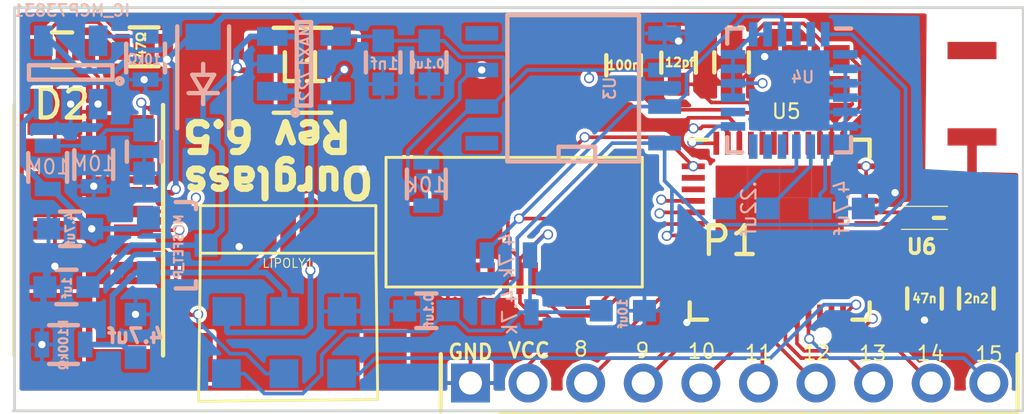
<source format=kicad_pcb>
(kicad_pcb (version 4) (host pcbnew 4.0.4-stable)
  (layers (0 F.Cu signal) (1 In1.Cu signal) (2 In2.Cu signal) (31 B.Cu signal) (34 B.Paste user) (35 F.Paste user) (36 B.SilkS user) (37 F.SilkS user) (38 B.Mask user) (39 F.Mask user) (44 Edge.Cuts user))
  (net 0 "")
  (net 1 GND)
  (net 2 "Net-(C5-Pad1)")
  (net 3 "Net-(C5-Pad2)")
  (net 4 "Net-(C6-Pad1)")
  (net 5 "Net-(D2-Pad2)")
  (net 6 "Net-(D2-Pad1)")
  (net 7 "Net-(L1-Pad2)")
  (net 8 "Net-(R2-Pad1)")
  (net 9 "Net-(U3-Pad4)")
  (net 10 "Net-(U3-Pad1)")
  (net 11 "Net-(U4-Pad1)")
  (net 12 "Net-(U4-Pad10)")
  (net 13 "Net-(U4-Pad11)")
  (net 14 "Net-(U4-Pad12)")
  (net 15 "Net-(U4-Pad14)")
  (net 16 "Net-(U5-Pad2)")
  (net 17 "Net-(U5-Pad3)")
  (net 18 "Net-(U5-Pad26)")
  (net 19 "Net-(U5-Pad27)")
  (net 20 "Net-(U5-Pad28)")
  (net 21 "Net-(U5-Pad40)")
  (net 22 "Net-(U5-Pad41)")
  (net 23 "Net-(U5-Pad42)")
  (net 24 "Net-(U5-Pad43)")
  (net 25 "Net-(U5-Pad44)")
  (net 26 "Net-(U5-Pad45)")
  (net 27 "Net-(U4-Pad22)")
  (net 28 "Net-(U4-Pad23)")
  (net 29 "Net-(ANT1-Pad1)")
  (net 30 /TX)
  (net 31 /RX)
  (net 32 "Net-(U5-Pad11)")
  (net 33 /Reset)
  (net 34 /EXTVCC)
  (net 35 /Regulator_In)
  (net 36 /VBAT)
  (net 37 "Net-(J1-Pad4)")
  (net 38 "Net-(U6-Pad6)")
  (net 39 /Backlight)
  (net 40 /ClockINT)
  (net 41 /Accel_INT)
  (net 42 /XC2)
  (net 43 "Net-(C4-Pad1)")
  (net 44 /VCC)
  (net 45 "Net-(C9-Pad1)")
  (net 46 /XC1)
  (net 47 /BatterySense)
  (net 48 /Display_MOSI)
  (net 49 /Display_SCK)
  (net 50 /Display_SS)
  (net 51 /EX15)
  (net 52 /EX14)
  (net 53 /EX13)
  (net 54 /EX12)
  (net 55 /EX11)
  (net 56 /EX10)
  (net 57 /EX9)
  (net 58 /EX8)
  (net 59 /SCL)
  (net 60 /SDA)
  (net 61 /Bal1)
  (net 62 /Bal2)
  (net 63 "Net-(C11-Pad1)")
  (net 64 "Net-(U5-Pad30)")
  (net 65 /SWDCLK)
  (net 66 "Net-(U5-Pad22)")
  (module Fiducials:Fiducial_1mm_Dia_2.54mm_Outer_CopperTop (layer B.Cu) (at 139.975 93.225)
    (fp_text reference REF** hide)
    (fp_text value F2)
    (pad ~ smd circle (at 0 0) (size 1 1) (layers B.Cu B.Mask) (clearance 0.77))
  )
  (module Pin_Header_Straight_1x10_Pitch2.00mm (layer F.Cu) (at 138.9 96.6)
    (fp_text reference P1 (at 0 -5) (layer F.SilkS))
    (fp_text value "Expansion Header" hide)
    (fp_text user 15 (at 8.9916 -1.0668) (layer F.SilkS) (effects (font (size 0.51 0.5) (thickness 0.07))))
    (fp_text user 14 (at 6.9596 -1.0922) (layer F.SilkS) (effects (font (size 0.51 0.5) (thickness 0.07))))
    (fp_text user 13 (at 4.953 -1.0922) (layer F.SilkS) (effects (font (size 0.51 0.5) (thickness 0.07))))
    (fp_text user 12 (at 2.9972 -1.1176) (layer F.SilkS) (effects (font (size 0.51 0.5) (thickness 0.07))))
    (fp_text user 11 (at 0.9906 -1.1176) (layer F.SilkS) (effects (font (size 0.51 0.5) (thickness 0.07))))
    (fp_text user 10 (at -0.9906 -1.1684) (layer F.SilkS) (effects (font (size 0.51 0.5) (thickness 0.07))))
    (fp_text user 9 (at -3.048 -1.1938) (layer F.SilkS) (effects (font (size 0.51 0.5) (thickness 0.07))))
    (fp_text user 8 (at -5.1816 -1.2446) (layer F.SilkS) (effects (font (size 0.51 0.5) (thickness 0.07))))
    (fp_text user VCC (at -6.985 -1.1938) (layer F.SilkS) (effects (font (size 0.51 0.5) (thickness 0.1))))
    (fp_text user GND (at -9.017 -1.143) (layer F.SilkS) (effects (font (size 0.51 0.5) (thickness 0.1))))
    (pad 1 thru_hole rect (at -9.017 -0.0635 90) (size 1.35 1.35) (drill 0.8) (layers *.Cu *.Mask) (net 1 GND))
    (pad 2 thru_hole circle (at -7.017 -0.0635 90) (size 1.35 1.35) (drill 0.8) (layers *.Cu *.Mask) (net 44 /VCC))
    (pad 3 thru_hole circle (at -5.017 -0.0635 90) (size 1.35 1.35) (drill 0.8) (layers *.Cu *.Mask) (net 58 /EX8))
    (pad 4 thru_hole circle (at -3.017 -0.0635 90) (size 1.35 1.35) (drill 0.8) (layers *.Cu *.Mask) (net 57 /EX9))
    (pad 5 thru_hole circle (at -1.017 -0.0635 90) (size 1.35 1.35) (drill 0.8) (layers *.Cu *.Mask) (net 56 /EX10))
    (pad 6 thru_hole circle (at 0.983 -0.0635 90) (size 1.35 1.35) (drill 0.8) (layers *.Cu *.Mask) (net 55 /EX11))
    (pad 7 thru_hole circle (at 2.983 -0.0635 90) (size 1.35 1.35) (drill 0.8) (layers *.Cu *.Mask) (net 54 /EX12))
    (pad 8 thru_hole circle (at 4.983 -0.0635 90) (size 1.35 1.35) (drill 0.8) (layers *.Cu *.Mask) (net 53 /EX13))
    (pad 9 thru_hole circle (at 6.983 -0.0635 90) (size 1.35 1.35) (drill 0.8) (layers *.Cu *.Mask) (net 52 /EX14))
    (pad 10 thru_hole circle (at 8.983 -0.0635 90) (size 1.35 1.35) (drill 0.8) (layers *.Cu *.Mask) (net 51 /EX15))
  )
  (module Capacitors_SMD:C_0603 (layer B.Cu) (at 135.175 94.025)
    (fp_text reference C7 hide)
    (fp_text value 10uf (at 0 0.1 90) (layer B.SilkS) (effects (font (size 0.3 0.3) (thickness 0.075)) (justify mirror)))
    (pad 1 smd rect (at -0.75 0) (size 0.8 0.75) (layers B.Cu B.Paste B.Mask) (net 44 /VCC))
    (pad 2 smd rect (at 0.75 0) (size 0.8 0.75) (layers B.Cu B.Paste B.Mask) (net 1 GND))
  )
  (module watch-v4:omron_XF2M-1015-1A-2 (layer F.Cu) (at 131.35 91.9 180)
    (fp_text reference J1 hide)
    (fp_text value CONN_10 hide)
    (pad "" smd rect (at -3.7 2.4 180) (size 1.5 1.5) (layers F.Cu F.Paste F.Mask))
    (pad 2 smd rect (at -1.75 -1 180) (size 0.25 1.1) (layers F.Cu F.Paste F.Mask) (net 48 /Display_MOSI))
    (pad 3 smd rect (at -1.25 -1 180) (size 0.25 1.1) (layers F.Cu F.Paste F.Mask) (net 49 /Display_SCK))
    (pad 4 smd rect (at -0.75 -1 180) (size 0.25 1.1) (layers F.Cu F.Paste F.Mask) (net 37 "Net-(J1-Pad4)"))
    (pad 5 smd rect (at -0.25 -1 180) (size 0.25 1.1) (layers F.Cu F.Paste F.Mask) (net 44 /VCC))
    (pad 6 smd rect (at 0.25 -1 180) (size 0.25 1.1) (layers F.Cu F.Paste F.Mask) (net 44 /VCC))
    (pad 7 smd rect (at 0.75 -1 180) (size 0.25 1.1) (layers F.Cu F.Paste F.Mask) (net 44 /VCC))
    (pad 8 smd rect (at 1.25 -1 180) (size 0.25 1.1) (layers F.Cu F.Paste F.Mask) (net 44 /VCC))
    (pad 9 smd rect (at 1.75 -1 180) (size 0.25 1.1) (layers F.Cu F.Paste F.Mask) (net 1 GND))
    (pad 10 smd rect (at 2.25 -1 180) (size 0.25 1.1) (layers F.Cu F.Paste F.Mask) (net 1 GND))
    (pad 1 smd rect (at -2.25 -1 180) (size 0.25 1.1) (layers F.Cu F.Paste F.Mask) (net 50 /Display_SS))
    (pad "" smd rect (at 3.7 2.4 180) (size 1.5 1.5) (layers F.Cu F.Paste F.Mask))
  )
  (module Housings_DFN_QFN:UQFN-48-1EP_6x6mm_Pitch0.4mm (layer F.Cu) (at 140.62 91.21)
    (fp_text reference U5 (at 0.23 -4.11) (layer F.SilkS) (effects (font (size 0.51 0.5) (thickness 0.075))))
    (fp_text value NRF51822 hide)
    (pad 1 smd rect (at -3 -2.2) (size 0.8 0.2) (layers F.Cu F.Paste F.Mask) (net 44 /VCC))
    (pad 2 smd rect (at -3 -1.8) (size 0.8 0.2) (layers F.Cu F.Paste F.Mask) (net 16 "Net-(U5-Pad2)"))
    (pad 3 smd rect (at -3 -1.4) (size 0.8 0.2) (layers F.Cu F.Paste F.Mask) (net 17 "Net-(U5-Pad3)"))
    (pad 4 smd rect (at -3 -1) (size 0.8 0.2) (layers F.Cu F.Paste F.Mask) (net 30 /TX))
    (pad 5 smd rect (at -3 -0.6) (size 0.8 0.2) (layers F.Cu F.Paste F.Mask) (net 31 /RX))
    (pad 6 smd rect (at -3 -0.2) (size 0.8 0.2) (layers F.Cu F.Paste F.Mask) (net 59 /SCL))
    (pad 7 smd rect (at -3 0.2) (size 0.8 0.2) (layers F.Cu F.Paste F.Mask) (net 60 /SDA))
    (pad 8 smd rect (at -3 0.6) (size 0.8 0.2) (layers F.Cu F.Paste F.Mask) (net 50 /Display_SS))
    (pad 9 smd rect (at -3 1) (size 0.8 0.2) (layers F.Cu F.Paste F.Mask) (net 48 /Display_MOSI))
    (pad 10 smd rect (at -3 1.4) (size 0.8 0.2) (layers F.Cu F.Paste F.Mask) (net 49 /Display_SCK))
    (pad 11 smd rect (at -3 1.8) (size 0.8 0.2) (layers F.Cu F.Paste F.Mask) (net 32 "Net-(U5-Pad11)"))
    (pad 12 smd rect (at -3 2.2) (size 0.8 0.2) (layers F.Cu F.Paste F.Mask) (net 44 /VCC))
    (pad 13 smd rect (at -2.2 3 90) (size 0.8 0.2) (layers F.Cu F.Paste F.Mask) (net 1 GND))
    (pad 14 smd rect (at -1.8 3 90) (size 0.8 0.2) (layers F.Cu F.Paste F.Mask) (net 58 /EX8))
    (pad 15 smd rect (at -1.4 3 90) (size 0.8 0.2) (layers F.Cu F.Paste F.Mask) (net 57 /EX9))
    (pad 16 smd rect (at -1 3 90) (size 0.8 0.2) (layers F.Cu F.Paste F.Mask) (net 56 /EX10))
    (pad 17 smd rect (at -0.6 3 90) (size 0.8 0.2) (layers F.Cu F.Paste F.Mask) (net 55 /EX11))
    (pad 18 smd rect (at -0.2 3 90) (size 0.8 0.2) (layers F.Cu F.Paste F.Mask) (net 54 /EX12))
    (pad 19 smd rect (at 0.2 3 90) (size 0.8 0.2) (layers F.Cu F.Paste F.Mask) (net 53 /EX13))
    (pad 20 smd rect (at 0.6 3 90) (size 0.8 0.2) (layers F.Cu F.Paste F.Mask) (net 52 /EX14))
    (pad 21 smd rect (at 1 3 90) (size 0.8 0.2) (layers F.Cu F.Paste F.Mask) (net 51 /EX15))
    (pad 22 smd rect (at 1.4 3 90) (size 0.8 0.2) (layers F.Cu F.Paste F.Mask) (net 66 "Net-(U5-Pad22)"))
    (pad 23 smd rect (at 1.8 3 90) (size 0.8 0.2) (layers F.Cu F.Paste F.Mask) (net 33 /Reset))
    (pad 24 smd rect (at 2.2 3 90) (size 0.8 0.2) (layers F.Cu F.Paste F.Mask) (net 65 /SWDCLK))
    (pad 25 smd rect (at 3 2.2) (size 0.8 0.2) (layers F.Cu F.Paste F.Mask) (net 39 /Backlight))
    (pad 26 smd rect (at 3 1.8) (size 0.8 0.2) (layers F.Cu F.Paste F.Mask) (net 18 "Net-(U5-Pad26)"))
    (pad 27 smd rect (at 3 1.4) (size 0.8 0.2) (layers F.Cu F.Paste F.Mask) (net 19 "Net-(U5-Pad27)"))
    (pad 28 smd rect (at 3 1) (size 0.8 0.2) (layers F.Cu F.Paste F.Mask) (net 20 "Net-(U5-Pad28)"))
    (pad 29 smd rect (at 3 0.6) (size 0.8 0.2) (layers F.Cu F.Paste F.Mask) (net 45 "Net-(C9-Pad1)"))
    (pad 30 smd rect (at 3 0.2) (size 0.8 0.2) (layers F.Cu F.Paste F.Mask) (net 64 "Net-(U5-Pad30)"))
    (pad 31 smd rect (at 3 -0.2) (size 0.8 0.2) (layers F.Cu F.Paste F.Mask) (net 61 /Bal1))
    (pad 32 smd rect (at 3 -0.6) (size 0.8 0.2) (layers F.Cu F.Paste F.Mask) (net 62 /Bal2))
    (pad 33 smd rect (at 3 -1) (size 0.8 0.2) (layers F.Cu F.Paste F.Mask) (net 1 GND))
    (pad 34 smd rect (at 3 -1.4) (size 0.8 0.2) (layers F.Cu F.Paste F.Mask) (net 1 GND))
    (pad 35 smd rect (at 3 -1.8) (size 0.8 0.2) (layers F.Cu F.Paste F.Mask) (net 44 /VCC))
    (pad 36 smd rect (at 3 -2.2) (size 0.8 0.2) (layers F.Cu F.Paste F.Mask) (net 44 /VCC))
    (pad 37 smd rect (at 2.2 -3 90) (size 0.8 0.2) (layers F.Cu F.Paste F.Mask) (net 42 /XC2))
    (pad 38 smd rect (at 1.8 -3 90) (size 0.8 0.2) (layers F.Cu F.Paste F.Mask) (net 46 /XC1))
    (pad 39 smd rect (at 1.4 -3 90) (size 0.8 0.2) (layers F.Cu F.Paste F.Mask) (net 43 "Net-(C4-Pad1)"))
    (pad 40 smd rect (at 1 -3 90) (size 0.8 0.2) (layers F.Cu F.Paste F.Mask) (net 21 "Net-(U5-Pad40)"))
    (pad 41 smd rect (at 0.6 -3 90) (size 0.8 0.2) (layers F.Cu F.Paste F.Mask) (net 22 "Net-(U5-Pad41)"))
    (pad 42 smd rect (at 0.2 -3 90) (size 0.8 0.2) (layers F.Cu F.Paste F.Mask) (net 23 "Net-(U5-Pad42)"))
    (pad 43 smd rect (at -0.2 -3 90) (size 0.8 0.2) (layers F.Cu F.Paste F.Mask) (net 24 "Net-(U5-Pad43)"))
    (pad 44 smd rect (at -0.6 -3 90) (size 0.8 0.2) (layers F.Cu F.Paste F.Mask) (net 25 "Net-(U5-Pad44)"))
    (pad 45 smd rect (at -1 -3 90) (size 0.8 0.2) (layers F.Cu F.Paste F.Mask) (net 26 "Net-(U5-Pad45)"))
    (pad 46 smd rect (at -1.4 -3 90) (size 0.8 0.2) (layers F.Cu F.Paste F.Mask) (net 47 /BatterySense))
    (pad 47 smd rect (at -1.8 -3 90) (size 0.8 0.2) (layers F.Cu F.Paste F.Mask) (net 40 /ClockINT))
    (pad 48 smd rect (at -2.2 -3 90) (size 0.8 0.2) (layers F.Cu F.Paste F.Mask) (net 41 /Accel_INT))
    (pad 49 smd rect (at 1.66875 1.66875) (size 1.1125 1.1125) (layers F.Cu F.Paste F.Mask))
    (pad 49 smd rect (at 1.66875 0.55625) (size 1.1125 1.1125) (layers F.Cu F.Paste F.Mask))
    (pad 49 smd rect (at 1.66875 -0.55625) (size 1.1125 1.1125) (layers F.Cu F.Paste F.Mask))
    (pad 49 smd rect (at 1.66875 -1.66875) (size 1.1125 1.1125) (layers F.Cu F.Paste F.Mask))
    (pad 49 smd rect (at 0.55625 1.66875) (size 1.1125 1.1125) (layers F.Cu F.Paste F.Mask))
    (pad 49 smd rect (at 0.55625 0.55625) (size 1.1125 1.1125) (layers F.Cu F.Paste F.Mask))
    (pad 49 smd rect (at 0.55625 -0.55625) (size 1.1125 1.1125) (layers F.Cu F.Paste F.Mask))
    (pad 49 smd rect (at 0.55625 -1.66875) (size 1.1125 1.1125) (layers F.Cu F.Paste F.Mask))
    (pad 49 smd rect (at -0.55625 1.66875) (size 1.1125 1.1125) (layers F.Cu F.Paste F.Mask))
    (pad 49 smd rect (at -0.55625 0.55625) (size 1.1125 1.1125) (layers F.Cu F.Paste F.Mask))
    (pad 49 smd rect (at -0.55625 -0.55625) (size 1.1125 1.1125) (layers F.Cu F.Paste F.Mask))
    (pad 49 smd rect (at -0.55625 -1.66875) (size 1.1125 1.1125) (layers F.Cu F.Paste F.Mask))
    (pad 49 smd rect (at -1.66875 1.66875) (size 1.1125 1.1125) (layers F.Cu F.Paste F.Mask))
    (pad 49 smd rect (at -1.66875 0.55625) (size 1.1125 1.1125) (layers F.Cu F.Paste F.Mask))
    (pad 49 smd rect (at -1.66875 -0.55625) (size 1.1125 1.1125) (layers F.Cu F.Paste F.Mask))
    (pad 49 smd rect (at -1.66875 -1.66875) (size 1.1125 1.1125) (layers F.Cu F.Paste F.Mask))
  )
  (module Capacitors_SMD:C_0603 (layer B.Cu) (at 118.25 94.9 90)
    (fp_text reference C2 hide)
    (fp_text value 4.7uf (at 0 0 360) (layer B.SilkS) (effects (font (size 0.5 0.5) (thickness 0.125)) (justify mirror)))
    (pad 1 smd rect (at -0.75 0 90) (size 0.8 0.75) (layers B.Cu B.Paste B.Mask) (net 34 /EXTVCC))
    (pad 2 smd rect (at 0.75 0 90) (size 0.8 0.75) (layers B.Cu B.Paste B.Mask) (net 1 GND))
  )
  (module Resistors_SMD:R_0603 (layer B.Cu) (at 131.2 92.1)
    (fp_text reference R5 hide)
    (fp_text value 4.7k (at -0.04 0.01 270) (layer B.SilkS) (effects (font (size 0.5 0.5) (thickness 0.075)) (justify mirror)))
    (pad 1 smd rect (at -0.75 0) (size 0.5 0.9) (layers B.Cu B.Paste B.Mask) (net 59 /SCL))
    (pad 2 smd rect (at 0.75 0) (size 0.5 0.9) (layers B.Cu B.Paste B.Mask) (net 44 /VCC))
  )
  (module Resistors_SMD:R_0603 (layer B.Cu) (at 131.25 94.075)
    (fp_text reference R6 hide)
    (fp_text value 4.7k (at 0 0 270) (layer B.SilkS) (effects (font (size 0.5 0.5) (thickness 0.075)) (justify mirror)))
    (pad 1 smd rect (at -0.75 0) (size 0.5 0.9) (layers B.Cu B.Paste B.Mask) (net 60 /SDA))
    (pad 2 smd rect (at 0.75 0) (size 0.5 0.9) (layers B.Cu B.Paste B.Mask) (net 44 /VCC))
  )
  (module Capacitors_SMD:C_0603 (layer B.Cu) (at 139.45 90.475)
    (fp_text reference C5 hide)
    (fp_text value .22uf (at 0.1 0 90) (layer B.SilkS) (effects (font (size 0.5 0.5) (thickness 0.075)) (justify mirror)))
    (pad 1 smd rect (at -0.75 0) (size 0.8 0.75) (layers B.Cu B.Paste B.Mask) (net 2 "Net-(C5-Pad1)"))
    (pad 2 smd rect (at 0.75 0) (size 0.8 0.75) (layers B.Cu B.Paste B.Mask) (net 3 "Net-(C5-Pad2)"))
  )
  (module Capacitors_SMD:C_0603 (layer B.Cu) (at 142.775 90.475)
    (fp_text reference C6 hide)
    (fp_text value 4.7uf (at 0.01 -0.03 90) (layer B.SilkS) (effects (font (size 0.5 0.5) (thickness 0.075)) (justify mirror)))
    (pad 1 smd rect (at -0.75 0) (size 0.8 0.75) (layers B.Cu B.Paste B.Mask) (net 4 "Net-(C6-Pad1)"))
    (pad 2 smd rect (at 0.75 0) (size 0.8 0.75) (layers B.Cu B.Paste B.Mask) (net 1 GND))
  )
  (module Diodes_SMD:SOD-123 (layer B.Cu) (at 120.6 86.15 270)
    (fp_text reference D1 hide)
    (fp_text value DIODESCH hide)
    (pad 1 smd rect (at -1.635 0 270) (size 0.91 1.22) (layers B.Cu B.Paste B.Mask) (net 34 /EXTVCC))
    (pad 2 smd rect (at 1.635 0 270) (size 0.91 1.22) (layers B.Cu B.Paste B.Mask) (net 35 /Regulator_In))
  )
  (module Resistors_SMD:R_1210 (layer F.Cu) (at 124.05 85.675)
    (fp_text reference L1 (at 0.03 -0.08) (layer F.SilkS))
    (fp_text value 10uH hide)
    (pad 1 smd rect (at -1.45 0) (size 0.9 2.5) (layers F.Cu F.Paste F.Mask) (net 35 /Regulator_In))
    (pad 2 smd rect (at 1.45 0) (size 0.9 2.5) (layers F.Cu F.Paste F.Mask) (net 7 "Net-(L1-Pad2)"))
  )
  (module Housings_SOT-23_SOT-143_TSOT-6:SOT-23 (layer B.Cu) (at 119.7 91.75 90)
    (fp_text reference Q1 hide)
    (fp_text value MOSFET_P (at -0.05 0.05 90) (layer B.SilkS) (effects (font (size 0.3 0.3) (thickness 0.075)) (justify mirror)))
    (pad 1 smd rect (at -0.95 -1.00076 90) (size 0.8001 0.8001) (layers B.Cu B.Paste B.Mask) (net 34 /EXTVCC))
    (pad 2 smd rect (at 0.95 -1.00076 90) (size 0.8001 0.8001) (layers B.Cu B.Paste B.Mask) (net 36 /VBAT))
    (pad 3 smd rect (at 0 0.99822 90) (size 0.8001 0.8001) (layers B.Cu B.Paste B.Mask) (net 35 /Regulator_In))
  )
  (module SMD_Packages:SOIC-8-N (layer B.Cu) (at 133.45 86.3 90)
    (fp_text reference U3 (at 0 1.27 90) (layer B.SilkS) (effects (font (size 0.4 0.4) (thickness 0.075)) (justify mirror)))
    (fp_text value DS3231 hide)
    (pad 8 smd rect (at -1.905 3.175 90) (size 0.508 1.143) (layers B.Cu B.Paste B.Mask) (net 60 /SDA))
    (pad 7 smd rect (at -0.635 3.175 90) (size 0.508 1.143) (layers B.Cu B.Paste B.Mask) (net 59 /SCL))
    (pad 6 smd rect (at 0.635 3.175 90) (size 0.508 1.143) (layers B.Cu B.Paste B.Mask) (net 44 /VCC))
    (pad 5 smd rect (at 1.905 3.175 90) (size 0.508 1.143) (layers B.Cu B.Paste B.Mask) (net 1 GND))
    (pad 4 smd rect (at 1.905 -3.175 90) (size 0.508 1.143) (layers B.Cu B.Paste B.Mask) (net 9 "Net-(U3-Pad4)"))
    (pad 3 smd rect (at 0.635 -3.175 90) (size 0.508 1.143) (layers B.Cu B.Paste B.Mask) (net 40 /ClockINT))
    (pad 2 smd rect (at -0.635 -3.175 90) (size 0.508 1.143) (layers B.Cu B.Paste B.Mask) (net 44 /VCC))
    (pad 1 smd rect (at -1.905 -3.175 90) (size 0.508 1.143) (layers B.Cu B.Paste B.Mask) (net 10 "Net-(U3-Pad1)"))
  )
  (module Housings_SOT-23_SOT-143_TSOT-6:SOT-23-5 (layer B.Cu) (at 116 85.75 90)
    (fp_text reference U1 hide)
    (fp_text value IC_MCP73831 (at 2.15 0.03 360) (layer B.SilkS) (effects (font (size 0.4 0.4) (thickness 0.075)) (justify mirror)))
    (pad 1 smd rect (at -1.1 0.95 90) (size 1.06 0.65) (layers B.Cu B.Paste B.Mask) (net 6 "Net-(D2-Pad1)"))
    (pad 2 smd rect (at -1.1 0 90) (size 1.06 0.65) (layers B.Cu B.Paste B.Mask) (net 1 GND))
    (pad 3 smd rect (at -1.1 -0.95 90) (size 1.06 0.65) (layers B.Cu B.Paste B.Mask) (net 36 /VBAT))
    (pad 4 smd rect (at 1.1 -0.95 90) (size 1.06 0.65) (layers B.Cu B.Paste B.Mask) (net 34 /EXTVCC))
    (pad 5 smd rect (at 1.1 0.95 90) (size 1.06 0.65) (layers B.Cu B.Paste B.Mask) (net 8 "Net-(R2-Pad1)"))
  )
  (module Housings_SOT-23_SOT-143_TSOT-6:SOT-23-5 (layer B.Cu) (at 124.1 85.45)
    (fp_text reference U2 hide)
    (fp_text value MAX1722 (at 0.05 -0.05 270) (layer B.SilkS) (effects (font (size 0.4 0.4) (thickness 0.075)) (justify mirror)))
    (pad 1 smd rect (at -1.1 0.95) (size 1.06 0.65) (layers B.Cu B.Paste B.Mask) (net 35 /Regulator_In))
    (pad 2 smd rect (at -1.1 0) (size 1.06 0.65) (layers B.Cu B.Paste B.Mask) (net 1 GND))
    (pad 3 smd rect (at -1.1 -0.95) (size 1.06 0.65) (layers B.Cu B.Paste B.Mask) (net 35 /Regulator_In))
    (pad 4 smd rect (at 1.1 -0.95) (size 1.06 0.65) (layers B.Cu B.Paste B.Mask) (net 44 /VCC))
    (pad 5 smd rect (at 1.1 0.95) (size 1.06 0.65) (layers B.Cu B.Paste B.Mask) (net 7 "Net-(L1-Pad2)"))
  )
  (module watch-v4:QFN-24-NO-CENTER4x4mm_Pitch0.5mm (layer B.Cu) (at 140.95 86.375 180)
    (fp_text reference U4 (at -0.47 0.46 180) (layer B.SilkS) (effects (font (size 0.4 0.4) (thickness 0.075)) (justify mirror)))
    (fp_text value LSM9DS0 hide)
    (pad 1 smd rect (at -1.95 1.25 180) (size 0.85 0.3) (layers B.Cu B.Paste B.Mask) (net 11 "Net-(U4-Pad1)"))
    (pad 2 smd rect (at -1.95 0.75 180) (size 0.85 0.3) (layers B.Cu B.Paste B.Mask) (net 1 GND))
    (pad 3 smd rect (at -1.95 0.25 180) (size 0.85 0.3) (layers B.Cu B.Paste B.Mask) (net 1 GND))
    (pad 4 smd rect (at -1.95 -0.25 180) (size 0.85 0.3) (layers B.Cu B.Paste B.Mask) (net 1 GND))
    (pad 5 smd rect (at -1.95 -0.75 180) (size 0.85 0.3) (layers B.Cu B.Paste B.Mask) (net 1 GND))
    (pad 6 smd rect (at -1.95 -1.25 180) (size 0.85 0.3) (layers B.Cu B.Paste B.Mask) (net 1 GND))
    (pad 7 smd rect (at -1.25 -1.95 90) (size 0.85 0.3) (layers B.Cu B.Paste B.Mask) (net 4 "Net-(C6-Pad1)"))
    (pad 8 smd rect (at -0.75 -1.95 90) (size 0.85 0.3) (layers B.Cu B.Paste B.Mask) (net 3 "Net-(C5-Pad2)"))
    (pad 9 smd rect (at -0.25 -1.95 90) (size 0.85 0.3) (layers B.Cu B.Paste B.Mask) (net 2 "Net-(C5-Pad1)"))
    (pad 10 smd rect (at 0.25 -1.95 90) (size 0.85 0.3) (layers B.Cu B.Paste B.Mask) (net 12 "Net-(U4-Pad10)"))
    (pad 11 smd rect (at 0.75 -1.95 90) (size 0.85 0.3) (layers B.Cu B.Paste B.Mask) (net 13 "Net-(U4-Pad11)"))
    (pad 12 smd rect (at 1.25 -1.95 90) (size 0.85 0.3) (layers B.Cu B.Paste B.Mask) (net 14 "Net-(U4-Pad12)"))
    (pad 13 smd rect (at 1.95 -1.25 180) (size 0.85 0.3) (layers B.Cu B.Paste B.Mask) (net 41 /Accel_INT))
    (pad 14 smd rect (at 1.95 -0.75 180) (size 0.85 0.3) (layers B.Cu B.Paste B.Mask) (net 15 "Net-(U4-Pad14)"))
    (pad 15 smd rect (at 1.95 -0.25 180) (size 0.85 0.3) (layers B.Cu B.Paste B.Mask) (net 44 /VCC))
    (pad 16 smd rect (at 1.95 0.25 180) (size 0.85 0.3) (layers B.Cu B.Paste B.Mask) (net 44 /VCC))
    (pad 17 smd rect (at 1.95 0.75 180) (size 0.85 0.3) (layers B.Cu B.Paste B.Mask) (net 44 /VCC))
    (pad 18 smd rect (at 1.95 1.25 180) (size 0.85 0.3) (layers B.Cu B.Paste B.Mask) (net 44 /VCC))
    (pad 19 smd rect (at 1.25 1.95 90) (size 0.85 0.3) (layers B.Cu B.Paste B.Mask) (net 44 /VCC))
    (pad 20 smd rect (at 0.75 1.95 90) (size 0.85 0.3) (layers B.Cu B.Paste B.Mask) (net 44 /VCC))
    (pad 21 smd rect (at 0.25 1.95 90) (size 0.85 0.3) (layers B.Cu B.Paste B.Mask) (net 59 /SCL))
    (pad 22 smd rect (at -0.25 1.95 90) (size 0.85 0.3) (layers B.Cu B.Paste B.Mask) (net 27 "Net-(U4-Pad22)"))
    (pad 23 smd rect (at -0.75 1.95 90) (size 0.85 0.3) (layers B.Cu B.Paste B.Mask) (net 28 "Net-(U4-Pad23)"))
    (pad 24 smd rect (at -1.25 1.95 90) (size 0.85 0.3) (layers B.Cu B.Paste B.Mask) (net 60 /SDA))
  )
  (module watch-v4:USB_Micro-B (layer F.Cu) (at 116.62 91.23 270)
    (fp_text reference XL1 hide)
    (fp_text value USB_MICRO_B hide)
    (pad 5 smd rect (at 1.25 1.17 270) (size 1.6 1.9) (layers F.Cu F.Paste F.Mask) (net 1 GND))
    (pad 5 smd rect (at -1.25 1.17 270) (size 1.6 1.9) (layers F.Cu F.Paste F.Mask) (net 1 GND))
    (pad 5 smd rect (at 4.11 1.17 270) (size 1.6 1.9) (layers F.Cu F.Paste F.Mask) (net 1 GND))
    (pad 5 smd rect (at 3 -1.26 270) (size 2 2) (layers F.Cu F.Paste F.Mask) (net 1 GND))
    (pad 1 smd rect (at -1.3009 -1.56254) (size 1.35 0.4) (layers F.Cu F.Paste F.Mask) (net 34 /EXTVCC))
    (pad 2 smd rect (at -0.6509 -1.56254) (size 1.35 0.4) (layers F.Cu F.Paste F.Mask) (net 30 /TX))
    (pad 3 smd rect (at -0.0009 -1.56254) (size 1.35 0.4) (layers F.Cu F.Paste F.Mask) (net 31 /RX))
    (pad 4 smd rect (at 0.6491 -1.56254) (size 1.35 0.4) (layers F.Cu F.Paste F.Mask) (net 33 /Reset))
    (pad 5 smd rect (at 1.2991 -1.56254) (size 1.35 0.4) (layers F.Cu F.Paste F.Mask) (net 1 GND))
    (pad 5 smd rect (at -3 -1.26 270) (size 2 2) (layers F.Cu F.Paste F.Mask) (net 1 GND))
    (pad 5 smd rect (at -4.11 1.17 270) (size 1.6 1.9) (layers F.Cu F.Paste F.Mask) (net 1 GND))
  )
  (module watch-v4:SMD-Crystal (layer F.Cu) (at 142.75 85.1 180)
    (fp_text reference X1 hide)
    (fp_text value 16mhz hide)
    (pad 2 smd rect (at 1.6 -0.1 180) (size 0.9 0.8) (layers F.Cu F.Paste F.Mask) (net 1 GND))
    (pad 1 smd rect (at 0.15 -0.1 180) (size 0.9 0.8) (layers F.Cu F.Paste F.Mask) (net 42 /XC2))
    (pad 3 smd rect (at 1.6 -1.175 180) (size 0.9 0.8) (layers F.Cu F.Paste F.Mask) (net 46 /XC1))
    (pad 4 smd rect (at 0.15 -1.175 180) (size 0.9 0.8) (layers F.Cu F.Paste F.Mask))
  )
  (module Capacitors_SMD:C_0603 (layer B.Cu) (at 128.35 94.025 180)
    (fp_text reference C8 hide)
    (fp_text value 0.1uf (at -0.09 0.03 270) (layer B.SilkS) (effects (font (size 0.3 0.3) (thickness 0.075)) (justify mirror)))
    (pad 1 smd rect (at -0.75 0 180) (size 0.8 0.75) (layers B.Cu B.Paste B.Mask) (net 44 /VCC))
    (pad 2 smd rect (at 0.75 0 180) (size 0.8 0.75) (layers B.Cu B.Paste B.Mask) (net 1 GND))
  )
  (module Capacitors_SMD:C_0603 (layer F.Cu) (at 137.11 85.41 90)
    (fp_text reference C10 hide)
    (fp_text value 12pf (at 0.01 0.04 180) (layer F.SilkS) (effects (font (size 0.3 0.3) (thickness 0.075))))
    (pad 1 smd rect (at -0.75 0 90) (size 0.8 0.75) (layers F.Cu F.Paste F.Mask) (net 46 /XC1))
    (pad 2 smd rect (at 0.75 0 90) (size 0.8 0.75) (layers F.Cu F.Paste F.Mask) (net 1 GND))
  )
  (module Capacitors_SMD:C_0603 (layer B.Cu) (at 128.45 85.4 90)
    (fp_text reference C13 hide)
    (fp_text value 0.1uf (at -0.05 -0.05 180) (layer B.SilkS) (effects (font (size 0.3 0.3) (thickness 0.075)) (justify mirror)))
    (pad 1 smd rect (at -0.75 0 90) (size 0.8 0.75) (layers B.Cu B.Paste B.Mask) (net 1 GND))
    (pad 2 smd rect (at 0.75 0 90) (size 0.8 0.75) (layers B.Cu B.Paste B.Mask) (net 44 /VCC))
  )
  (module Capacitors_SMD:C_0603 (layer B.Cu) (at 126.85 85.4 90)
    (fp_text reference C14 hide)
    (fp_text value 1nf (at -0.05 0.05 360) (layer B.SilkS) (effects (font (size 0.4 0.4) (thickness 0.075)) (justify mirror)))
    (pad 1 smd rect (at -0.75 0 90) (size 0.8 0.75) (layers B.Cu B.Paste B.Mask) (net 1 GND))
    (pad 2 smd rect (at 0.75 0 90) (size 0.8 0.75) (layers B.Cu B.Paste B.Mask) (net 44 /VCC))
  )
  (module Resistors_SMD:R_0603 (layer F.Cu) (at 118.55 84.86)
    (fp_text reference R1 hide)
    (fp_text value 47Ω (at -0.1 -0.06 90) (layer F.SilkS) (effects (font (size 0.3 0.3) (thickness 0.075))))
    (pad 1 smd rect (at -0.75 0) (size 0.5 0.9) (layers F.Cu F.Paste F.Mask) (net 5 "Net-(D2-Pad2)"))
    (pad 2 smd rect (at 0.75 0) (size 0.5 0.9) (layers F.Cu F.Paste F.Mask) (net 34 /EXTVCC))
  )
  (module Resistors_SMD:R_0603 (layer B.Cu) (at 118.6 85.25 270)
    (fp_text reference R2 hide)
    (fp_text value 10kΩ (at 0.05 0.05 360) (layer B.SilkS) (effects (font (size 0.35 0.3) (thickness 0.07)) (justify mirror)))
    (pad 1 smd rect (at -0.75 0 270) (size 0.5 0.9) (layers B.Cu B.Paste B.Mask) (net 8 "Net-(R2-Pad1)"))
    (pad 2 smd rect (at 0.75 0 270) (size 0.5 0.9) (layers B.Cu B.Paste B.Mask) (net 1 GND))
  )
  (module Resistors_SMD:R_0603 (layer B.Cu) (at 115.75 95.2 180)
    (fp_text reference R3 hide)
    (fp_text value R100kΩ (at 0 -0.01 270) (layer B.SilkS) (effects (font (size 0.3 0.3) (thickness 0.075)) (justify mirror)))
    (pad 1 smd rect (at -0.75 0 180) (size 0.5 0.9) (layers B.Cu B.Paste B.Mask) (net 34 /EXTVCC))
    (pad 2 smd rect (at 0.75 0 180) (size 0.5 0.9) (layers B.Cu B.Paste B.Mask) (net 1 GND))
  )
  (module Capacitors_SMD:C_0603 (layer B.Cu) (at 115.85 93.2 180)
    (fp_text reference C1 hide)
    (fp_text value 1uf (at -0.02 -0.03 270) (layer B.SilkS) (effects (font (size 0.3 0.3) (thickness 0.075)) (justify mirror)))
    (pad 1 smd rect (at -0.75 0 180) (size 0.8 0.75) (layers B.Cu B.Paste B.Mask) (net 35 /Regulator_In))
    (pad 2 smd rect (at 0.75 0 180) (size 0.8 0.75) (layers B.Cu B.Paste B.Mask) (net 1 GND))
  )
  (module Capacitors_SMD:C_0603 (layer B.Cu) (at 115.98 91.18 180)
    (fp_text reference C3 hide)
    (fp_text value 4.7uf (at 0 0 270) (layer B.SilkS) (effects (font (size 0.3 0.3) (thickness 0.075)) (justify mirror)))
    (pad 1 smd rect (at -0.75 0 180) (size 0.8 0.75) (layers B.Cu B.Paste B.Mask) (net 36 /VBAT))
    (pad 2 smd rect (at 0.75 0 180) (size 0.8 0.75) (layers B.Cu B.Paste B.Mask) (net 1 GND))
  )
  (module watch-v4:BALUN-6 (layer F.Cu) (at 145.55 90.8)
    (fp_text reference U6 (at 0 1) (layer F.SilkS) (effects (font (size 0.5 0.5) (thickness 0.125))))
    (fp_text value BALUN hide)
    (pad 6 smd rect (at 0.6 0.275) (size 0.3 0.3) (layers F.Cu F.Paste F.Mask) (net 38 "Net-(U6-Pad6)"))
    (pad 2 smd rect (at 0.1 -0.275) (size 0.3 0.3) (layers F.Cu F.Paste F.Mask) (net 1 GND))
    (pad 5 smd rect (at 0.1 0.275) (size 0.3 0.3) (layers F.Cu F.Paste F.Mask) (net 63 "Net-(C11-Pad1)"))
    (pad 1 smd rect (at 0.6 -0.275) (size 0.3 0.3) (layers F.Cu F.Paste F.Mask) (net 29 "Net-(ANT1-Pad1)"))
    (pad 3 smd rect (at -0.4 -0.275) (size 0.3 0.3) (layers F.Cu F.Paste F.Mask) (net 62 /Bal2))
    (pad 4 smd rect (at -0.4 0.275) (size 0.3 0.3) (layers F.Cu F.Paste F.Mask) (net 61 /Bal1))
  )
  (module Resistors_SMD:R_0603 (layer B.Cu) (at 128.35 89.625 270)
    (fp_text reference R4 hide)
    (fp_text value 10k (at 0.03 -0.01 540) (layer B.SilkS) (effects (font (size 0.5 0.5) (thickness 0.08)) (justify mirror)))
    (pad 1 smd rect (at -0.75 0 270) (size 0.5 0.9) (layers B.Cu B.Paste B.Mask) (net 44 /VCC))
    (pad 2 smd rect (at 0.75 0 270) (size 0.5 0.9) (layers B.Cu B.Paste B.Mask) (net 40 /ClockINT))
  )
  (module Resistors_SMD:R_0603 (layer B.Cu) (at 115.2 89.05 90)
    (fp_text reference R7 hide)
    (fp_text value 10M (at 0.02 0.01 360) (layer B.SilkS) (effects (font (size 0.5 0.5) (thickness 0.07)) (justify mirror)))
    (pad 1 smd rect (at -0.75 0 90) (size 0.5 0.9) (layers B.Cu B.Paste B.Mask) (net 36 /VBAT))
    (pad 2 smd rect (at 0.75 0 90) (size 0.5 0.9) (layers B.Cu B.Paste B.Mask) (net 47 /BatterySense))
  )
  (module Resistors_SMD:R_0603 (layer B.Cu) (at 116.8 88.95 270)
    (fp_text reference R8 hide)
    (fp_text value 10M (at -0.03 0.01 540) (layer B.SilkS) (effects (font (size 0.5 0.5) (thickness 0.07)) (justify mirror)))
    (pad 1 smd rect (at -0.75 0 270) (size 0.5 0.9) (layers B.Cu B.Paste B.Mask) (net 47 /BatterySense))
    (pad 2 smd rect (at 0.75 0 270) (size 0.5 0.9) (layers B.Cu B.Paste B.Mask) (net 1 GND))
  )
  (module Capacitors_SMD:C_0603 (layer F.Cu) (at 135.2 85.5 90)
    (fp_text reference C4 hide)
    (fp_text value 100n (at 0 0 180) (layer F.SilkS) (effects (font (size 0.31 0.3) (thickness 0.075))))
    (pad 1 smd rect (at -0.75 0 90) (size 0.8 0.75) (layers F.Cu F.Paste F.Mask) (net 43 "Net-(C4-Pad1)"))
    (pad 2 smd rect (at 0.75 0 90) (size 0.8 0.75) (layers F.Cu F.Paste F.Mask) (net 1 GND))
  )
  (module Capacitors_SMD:C_0603 (layer F.Cu) (at 145.65 93.6 270)
    (fp_text reference C9 hide)
    (fp_text value 47n (at 0 0 360) (layer F.SilkS) (effects (font (size 0.31 0.3) (thickness 0.0715))))
    (pad 1 smd rect (at -0.75 0 270) (size 0.8 0.75) (layers F.Cu F.Paste F.Mask) (net 45 "Net-(C9-Pad1)"))
    (pad 2 smd rect (at 0.75 0 270) (size 0.8 0.75) (layers F.Cu F.Paste F.Mask) (net 1 GND))
  )
  (module Capacitors_SMD:C_0603 (layer F.Cu) (at 147.45 93.6 270)
    (fp_text reference C11 hide)
    (fp_text value 2n2 (at 0 0 360) (layer F.SilkS) (effects (font (size 0.31 0.3) (thickness 0.07))))
    (pad 1 smd rect (at -0.75 0 270) (size 0.8 0.75) (layers F.Cu F.Paste F.Mask) (net 63 "Net-(C11-Pad1)"))
    (pad 2 smd rect (at 0.75 0 270) (size 0.8 0.75) (layers F.Cu F.Paste F.Mask) (net 1 GND))
  )
  (module Capacitors_SMD:C_0603 (layer B.Cu) (at 118.55 88.5 270)
    (fp_text reference C12 hide)
    (fp_text value 1u)
    (pad 1 smd rect (at -0.75 0 270) (size 0.8 0.75) (layers B.Cu B.Paste B.Mask) (net 47 /BatterySense))
    (pad 2 smd rect (at 0.75 0 270) (size 0.8 0.75) (layers B.Cu B.Paste B.Mask) (net 1 GND))
  )
  (module Capacitors_SMD:C_0603 (layer F.Cu) (at 115.7 84.96 180)
    (fp_text reference D2 (at 0 -1.9 180) (layer F.SilkS))
    (fp_text value LED hide)
    (pad 1 smd rect (at -0.75 0 180) (size 0.8 0.75) (layers F.Cu F.Paste F.Mask) (net 6 "Net-(D2-Pad1)"))
    (pad 2 smd rect (at 0.75 0 180) (size 0.8 0.75) (layers F.Cu F.Paste F.Mask) (net 5 "Net-(D2-Pad2)"))
  )
  (module watch-v4:antenna (layer F.Cu) (at 147.3 86.45 90)
    (fp_text reference ANT1 hide)
    (fp_text value - hide)
    (pad 2 smd rect (at 1.4605 0 90) (size 0.6 1.7) (layers F.Cu F.Paste F.Mask))
    (pad 1 smd rect (at -1.5395 0 90) (size 0.6 1.7) (layers F.Cu F.Paste F.Mask) (net 29 "Net-(ANT1-Pad1)"))
  )
  (module Capacitors_SMD:C_0603 (layer F.Cu) (at 138.95 85.4 270)
    (fp_text reference C15 hide)
    (fp_text value 12pf)
    (pad 1 smd rect (at -0.75 0 270) (size 0.8 0.75) (layers F.Cu F.Paste F.Mask) (net 42 /XC2))
    (pad 2 smd rect (at 0.75 0 270) (size 0.8 0.75) (layers F.Cu F.Paste F.Mask) (net 1 GND))
  )
  (module crennelated:JST_2_pos (layer F.Cu) (at 123.55 91.075)
    (fp_text reference LIPOLY1 (at 0 1.3) (layer F.SilkS) (effects (font (size 0.31 0.3) (thickness 0.000001))))
    (fp_text value BATTERY hide)
    (pad "" smd rect (at 3.3655 4.572) (size 1.5 1.7) (layers F.Cu F.Paste F.Mask))
    (pad "" smd rect (at -3.3655 4.572) (size 1.5 1.7) (layers F.Cu F.Paste F.Mask))
    (pad 1 smd rect (at -0.75 0) (size 0.7 2) (layers F.Cu F.Paste F.Mask) (net 1 GND))
    (pad 2 smd oval (at 0.75 0) (size 0.7 2) (layers F.Cu F.Paste F.Mask) (net 36 /VBAT))
  )
  (module crennelated:test_points (layer B.Cu) (at 123.4222 95.1295)
    (fp_text reference P2 hide)
    (fp_text value "Test Points" hide)
    (pad 1 smd rect (at -2.0155 1.0795) (size 1 1) (layers B.Cu B.Paste B.Mask) (net 44 /VCC))
    (pad 2 smd rect (at -0.0155 1.0795) (size 1 1) (layers B.Cu B.Paste B.Mask) (net 33 /Reset))
    (pad 3 smd rect (at 1.9845 1.0795) (size 1 1) (layers B.Cu B.Paste B.Mask) (net 65 /SWDCLK))
    (pad 4 smd rect (at -1.9972 -1.0795) (size 1 1) (layers B.Cu B.Paste B.Mask) (net 36 /VBAT))
    (pad 5 smd rect (at 0.0028 -1.0795) (size 1 1) (layers B.Cu B.Paste B.Mask) (net 34 /EXTVCC))
    (pad 6 smd rect (at 2.0028 -1.0795) (size 1 1) (layers B.Cu B.Paste B.Mask) (net 1 GND))
  )
  (module Fiducials:Fiducial_1mm_Dia_2.54mm_Outer_CopperTop (layer F.Cu) (at 132 86.8)
    (fp_text reference REF** hide)
    (fp_text value F1)
    (pad ~ smd circle (at 0 0) (size 1 1) (layers F.Cu F.Mask) (clearance 0.77))
  )
  (gr_line (start 114.05 96.5) (end 114.05 97.475) (angle 90) (layer Edge.Cuts) (width 0.1))
  (gr_line (start 149.075 96.425) (end 149.075 97.475) (angle 90) (layer Edge.Cuts) (width 0.1))
  (gr_text "Ourglass\n Rev 6.5\n" (at 123.2 88.75 180) (layer F.SilkS) (effects (font (size 1 1) (thickness 0.25))))
  (gr_line (start 147.45 97.5) (end 149.05 97.5) (angle 90) (layer Edge.Cuts) (width 0.1))
  (gr_line (start 149.08 83.5) (end 149.08 96.41) (angle 90) (layer Edge.Cuts) (width 0.1))
  (gr_line (start 140.025 97.5) (end 147.445 97.5) (angle 90) (layer Edge.Cuts) (width 0.1))
  (gr_line (start 114 97.5) (end 140 97.5) (angle 90) (layer Edge.Cuts) (width 0.1))
  (gr_line (start 114.05 83.5) (end 114.05 96.5) (angle 90) (layer Edge.Cuts) (width 0.1))
  (gr_line (start 149.05 83.5) (end 114.05 83.5) (angle 90) (layer Edge.Cuts) (width 0.1))
  (segment (start 127.6 94.025) (end 125.45 94.025) (width 0.127) (layer B.Cu) (net 1))
  (segment (start 125.45 94.025) (end 125.425 94.05) (width 0.127) (layer B.Cu) (net 1))
  (segment (start 137.574092 94.254992) (end 137.396593 94.432491) (width 0.127) (layer F.Cu) (net 1))
  (segment (start 137.619084 94.21) (end 137.574092 94.254992) (width 0.127) (layer F.Cu) (net 1))
  (segment (start 138.42 94.21) (end 137.619084 94.21) (width 0.127) (layer F.Cu) (net 1))
  (via (at 137.396593 94.432491) (size 0.355) (drill 0.254) (layers F.Cu B.Cu) (net 1))
  (via (at 137.11 84.66) (size 0.355) (drill 0.254) (layers F.Cu B.Cu) (net 1))
  (segment (start 136.625 84.395) (end 136.88 84.65) (width 0.127) (layer B.Cu) (net 1))
  (segment (start 137.12 84.65) (end 136.88 84.65) (width 0.127) (layer B.Cu) (net 1))
  (segment (start 137.12 84.65) (end 137.11 84.66) (width 0.127) (layer B.Cu) (net 1))
  (via (at 145.65 94.35) (size 0.355) (drill 0.254) (layers F.Cu B.Cu) (net 1))
  (segment (start 142.9 86.125) (end 142.9 85.625) (width 0.127) (layer B.Cu) (net 1))
  (segment (start 142.9 86.125) (end 142.9 86.625) (width 0.127) (layer B.Cu) (net 1))
  (segment (start 142.9 86.625) (end 142.9 87.125) (width 0.127) (layer B.Cu) (net 1))
  (segment (start 142.9 87.125) (end 142.9 87.625) (width 0.127) (layer B.Cu) (net 1))
  (segment (start 143.525 90.475) (end 143.525 89.973) (width 0.127) (layer B.Cu) (net 1))
  (segment (start 143.525 89.973) (end 142.9 89.348) (width 0.127) (layer B.Cu) (net 1))
  (segment (start 142.9 89.348) (end 142.9 87.902) (width 0.127) (layer B.Cu) (net 1))
  (segment (start 142.9 87.902) (end 142.9 87.625) (width 0.127) (layer B.Cu) (net 1))
  (segment (start 143.525 90.475) (end 144.075 90.475) (width 0.127) (layer B.Cu) (net 1))
  (segment (start 144.075 90.475) (end 144.625 89.925) (width 0.127) (layer B.Cu) (net 1))
  (segment (start 145.55 94.45) (end 145.65 94.35) (width 0.127) (layer F.Cu) (net 1))
  (segment (start 145.65 94.35) (end 147.45 94.35) (width 0.127) (layer F.Cu) (net 1))
  (segment (start 144.75 90.05) (end 144.625 89.925) (width 0.127) (layer F.Cu) (net 1))
  (via (at 144.625 89.925) (size 0.355) (drill 0.254) (layers F.Cu B.Cu) (net 1))
  (segment (start 143.62 90.21) (end 144.59 90.21) (width 0.127) (layer F.Cu) (net 1))
  (segment (start 144.59 90.21) (end 144.75 90.05) (width 0.127) (layer F.Cu) (net 1))
  (segment (start 144.75 90.05) (end 145.4 90.05) (width 0.127) (layer F.Cu) (net 1))
  (segment (start 145.4 90.05) (end 145.65 90.3) (width 0.127) (layer F.Cu) (net 1))
  (segment (start 145.65 90.3) (end 145.65 90.525) (width 0.127) (layer F.Cu) (net 1))
  (segment (start 143.62 90.21) (end 143.62 89.81) (width 0.127) (layer F.Cu) (net 1))
  (segment (start 135.2 84.75) (end 137.02 84.75) (width 0.127) (layer F.Cu) (net 1))
  (segment (start 137.02 84.75) (end 137.11 84.66) (width 0.127) (layer F.Cu) (net 1))
  (segment (start 141.15 85.2) (end 140.1 85.2) (width 0.127) (layer F.Cu) (net 1))
  (via (at 140.1 85.2) (size 0.355) (drill 0.254) (layers F.Cu B.Cu) (net 1))
  (segment (start 140.1 85.2) (end 139.15 86.15) (width 0.127) (layer F.Cu) (net 1))
  (segment (start 139.05 86.15) (end 139.15 86.15) (width 0.127) (layer F.Cu) (net 1))
  (segment (start 139.05 86.15) (end 138.6 86.15) (width 0.127) (layer F.Cu) (net 1))
  (segment (start 138.6 86.15) (end 137.11 84.66) (width 0.127) (layer F.Cu) (net 1))
  (segment (start 126.15 89.1) (end 126.25 89.1) (width 0.127) (layer B.Cu) (net 1))
  (segment (start 128.45 86.9) (end 128.45 86.15) (width 0.127) (layer B.Cu) (net 1))
  (segment (start 126.25 89.1) (end 128.45 86.9) (width 0.127) (layer B.Cu) (net 1))
  (via (at 126.15 89.1) (size 0.355) (drill 0.254) (layers F.Cu B.Cu) (net 1))
  (segment (start 126.2 89.15) (end 126.15 89.1) (width 0.127) (layer B.Cu) (net 1))
  (segment (start 122.4 85.45) (end 122.25 85.6) (width 0.127) (layer B.Cu) (net 1))
  (segment (start 122.25 85.6) (end 122.25 91.4) (width 0.127) (layer B.Cu) (net 1))
  (segment (start 122.25 91.4) (end 121.85 91.8) (width 0.127) (layer B.Cu) (net 1))
  (via (at 121.85 91.8) (size 0.355) (drill 0.254) (layers F.Cu B.Cu) (net 1))
  (segment (start 123 85.45) (end 122.4 85.45) (width 0.127) (layer B.Cu) (net 1))
  (segment (start 129.6 92.9) (end 129.1 92.9) (width 0.127) (layer F.Cu) (net 1))
  (segment (start 117.88 88.23) (end 117.88 86.67) (width 0.127) (layer F.Cu) (net 1))
  (segment (start 117.88 86.67) (end 118.55 86) (width 0.127) (layer F.Cu) (net 1))
  (via (at 118.25 94.15) (size 0.355) (drill 0.254) (layers F.Cu B.Cu) (net 1))
  (via (at 115.45 92.48) (size 0.355) (drill 0.254) (layers F.Cu B.Cu) (net 1))
  (segment (start 115.45 92.48) (end 115.1 92.83) (width 0.127) (layer B.Cu) (net 1))
  (segment (start 115.1 92.83) (end 115.1 93.2) (width 0.127) (layer B.Cu) (net 1))
  (segment (start 117.88 94.23) (end 117.88 92.83164) (width 0.127) (layer F.Cu) (net 1))
  (segment (start 117.88 92.83164) (end 118.18254 92.5291) (width 0.127) (layer F.Cu) (net 1))
  (via (at 116.8 89.7) (size 0.355) (drill 0.254) (layers F.Cu B.Cu) (net 1))
  (segment (start 117.25 89.25) (end 116.8 89.7) (width 0.127) (layer B.Cu) (net 1))
  (segment (start 118.55 89.25) (end 117.25 89.25) (width 0.127) (layer B.Cu) (net 1))
  (segment (start 116.52 89.98) (end 115.45 89.98) (width 0.127) (layer F.Cu) (net 1))
  (segment (start 116.8 89.7) (end 116.52 89.98) (width 0.127) (layer F.Cu) (net 1))
  (via (at 116 86.85) (size 0.355) (drill 0.254) (layers F.Cu B.Cu) (net 1))
  (segment (start 116 86.85) (end 115.73 87.12) (width 0.127) (layer F.Cu) (net 1))
  (segment (start 115.73 87.12) (end 115.45 87.12) (width 0.127) (layer F.Cu) (net 1))
  (segment (start 117.88 92.83164) (end 117.52836 92.48) (width 0.127) (layer F.Cu) (net 1))
  (segment (start 117.52836 92.48) (end 115.45 92.48) (width 0.127) (layer F.Cu) (net 1))
  (segment (start 115.45 92.48) (end 115.45 89.98) (width 0.127) (layer F.Cu) (net 1))
  (segment (start 115.45 89.98) (end 117.2 88.23) (width 0.127) (layer F.Cu) (net 1))
  (segment (start 117.2 88.23) (end 116.56 88.23) (width 0.127) (layer F.Cu) (net 1))
  (segment (start 116.56 88.23) (end 115.45 87.12) (width 0.127) (layer F.Cu) (net 1))
  (via (at 115 95.2) (size 0.355) (drill 0.254) (layers F.Cu B.Cu) (net 1))
  (segment (start 115 95.2) (end 115.14 95.34) (width 0.127) (layer F.Cu) (net 1))
  (segment (start 115.14 95.34) (end 115.45 95.34) (width 0.127) (layer F.Cu) (net 1))
  (segment (start 115 95.2) (end 115 93.3) (width 0.127) (layer B.Cu) (net 1))
  (segment (start 115 93.3) (end 115.23 93.07) (width 0.127) (layer B.Cu) (net 1))
  (segment (start 115.23 93.07) (end 115.23 91.27) (width 0.127) (layer B.Cu) (net 1))
  (segment (start 115.23 91.27) (end 115.23 91.18) (width 0.127) (layer B.Cu) (net 1))
  (segment (start 128.45 86.15) (end 126.85 86.15) (width 0.127) (layer B.Cu) (net 1))
  (via (at 118.55 86) (size 0.355) (drill 0.254) (layers F.Cu B.Cu) (net 1))
  (segment (start 138.7 90.475) (end 138.725 90.475) (width 0.127) (layer B.Cu) (net 2))
  (segment (start 138.725 90.475) (end 140.025 89.175) (width 0.127) (layer B.Cu) (net 2))
  (segment (start 140.025 89.175) (end 141.0869 89.175) (width 0.127) (layer B.Cu) (net 2))
  (segment (start 141.0869 89.175) (end 141.2 89.0619) (width 0.127) (layer B.Cu) (net 2))
  (segment (start 141.2 88.877) (end 141.2 88.325) (width 0.127) (layer B.Cu) (net 2))
  (segment (start 141.2 89.0619) (end 141.2 88.877) (width 0.127) (layer B.Cu) (net 2))
  (segment (start 140.2 90.475) (end 140.225 90.475) (width 0.127) (layer B.Cu) (net 3))
  (segment (start 140.225 90.475) (end 141.7 89) (width 0.127) (layer B.Cu) (net 3))
  (segment (start 141.7 88.877) (end 141.7 88.325) (width 0.127) (layer B.Cu) (net 3))
  (segment (start 141.7 89) (end 141.7 88.877) (width 0.127) (layer B.Cu) (net 3))
  (segment (start 142.025 90.475) (end 142.025 89.973) (width 0.127) (layer B.Cu) (net 4))
  (segment (start 142.025 89.973) (end 142.2 89.798) (width 0.127) (layer B.Cu) (net 4))
  (segment (start 142.2 89.798) (end 142.2 88.877) (width 0.127) (layer B.Cu) (net 4))
  (segment (start 142.2 88.877) (end 142.2 88.325) (width 0.127) (layer B.Cu) (net 4))
  (segment (start 114.95 84.96) (end 114.95 84.6) (width 0.127) (layer F.Cu) (net 5))
  (segment (start 114.95 84.6) (end 115.55 84) (width 0.127) (layer F.Cu) (net 5))
  (segment (start 115.55 84) (end 116.94 84) (width 0.127) (layer F.Cu) (net 5))
  (segment (start 116.94 84) (end 117.8 84.86) (width 0.127) (layer F.Cu) (net 5))
  (via (at 116.95 86.85) (size 0.355) (drill 0.254) (layers F.Cu B.Cu) (net 6))
  (segment (start 116.45 84.96) (end 116.45 85.4) (width 0.127) (layer F.Cu) (net 6))
  (segment (start 116.95 85.9) (end 116.45 85.4) (width 0.127) (layer F.Cu) (net 6))
  (segment (start 116.95 85.9) (end 116.95 86.85) (width 0.127) (layer F.Cu) (net 6))
  (segment (start 125.2 86.4) (end 125.2 85.95) (width 0.127) (layer B.Cu) (net 7))
  (segment (start 125.5 85.65) (end 125.5 85.675) (width 0.127) (layer F.Cu) (net 7))
  (via (at 125.5 85.65) (size 0.355) (drill 0.254) (layers F.Cu B.Cu) (net 7))
  (segment (start 125.2 85.95) (end 125.5 85.65) (width 0.127) (layer B.Cu) (net 7))
  (segment (start 116.95 84.65) (end 116.95 84.5) (width 0.127) (layer B.Cu) (net 8))
  (segment (start 116.95 84.5) (end 118.6 84.5) (width 0.127) (layer B.Cu) (net 8))
  (segment (start 146.15 90.525) (end 147.3 89.375) (width 0.33) (layer F.Cu) (net 29))
  (segment (start 147.3 89.375) (end 147.3 87.9895) (width 0.33) (layer F.Cu) (net 29))
  (segment (start 146.15 90.525) (end 146.175 90.5) (width 0.127) (layer F.Cu) (net 29))
  (segment (start 137.62 90.21) (end 136.551277 90.21) (width 0.127) (layer F.Cu) (net 30))
  (segment (start 136.551277 90.21) (end 136.509489 90.168212) (width 0.127) (layer F.Cu) (net 30))
  (via (at 136.509489 90.168212) (size 0.355) (drill 0.254) (layers F.Cu B.Cu) (net 30))
  (segment (start 119.8709 90.5791) (end 120.35 90.1) (width 0.127) (layer F.Cu) (net 30))
  (via (at 120.35 90.1) (size 0.355) (drill 0.254) (layers F.Cu B.Cu) (net 30))
  (segment (start 118.18254 90.5791) (end 119.8709 90.5791) (width 0.127) (layer F.Cu) (net 30))
  (segment (start 136.485895 90.61) (end 136.449428 90.646467) (width 0.127) (layer F.Cu) (net 31))
  (segment (start 137.62 90.61) (end 136.485895 90.61) (width 0.127) (layer F.Cu) (net 31))
  (via (at 136.449428 90.646467) (size 0.355) (drill 0.254) (layers F.Cu B.Cu) (net 31))
  (segment (start 119.7709 91.2291) (end 118.18254 91.2291) (width 0.127) (layer F.Cu) (net 31))
  (segment (start 119.775 91.225) (end 119.7709 91.2291) (width 0.127) (layer F.Cu) (net 31))
  (via (at 119.775 91.225) (size 0.355) (drill 0.254) (layers F.Cu B.Cu) (net 31))
  (segment (start 120.425 94.15) (end 120.425 94.401022) (width 0.127) (layer B.Cu) (net 33))
  (segment (start 120.425 94.401022) (end 121.542477 95.518499) (width 0.127) (layer B.Cu) (net 33))
  (segment (start 121.542477 95.518499) (end 122.089199 95.518499) (width 0.127) (layer B.Cu) (net 33))
  (segment (start 122.089199 95.518499) (end 122.7797 96.209) (width 0.127) (layer B.Cu) (net 33))
  (segment (start 122.7797 96.209) (end 123.4067 96.209) (width 0.127) (layer B.Cu) (net 33))
  (segment (start 143.25 94.9) (end 142.65 94.9) (width 0.127) (layer F.Cu) (net 33))
  (segment (start 142.65 94.9) (end 142.42 94.67) (width 0.127) (layer F.Cu) (net 33))
  (segment (start 142.42 94.21) (end 142.42 94.67) (width 0.127) (layer F.Cu) (net 33))
  (via (at 143.85 94.3) (size 0.355) (drill 0.254) (layers F.Cu B.Cu) (net 33))
  (segment (start 143.85 94.3) (end 143.25 94.9) (width 0.127) (layer F.Cu) (net 33))
  (segment (start 119.2041 91.8791) (end 118.18254 91.8791) (width 0.127) (layer F.Cu) (net 33))
  (segment (start 119.65 92.325) (end 119.2041 91.8791) (width 0.127) (layer F.Cu) (net 33))
  (segment (start 119.65 93.65) (end 119.65 92.325) (width 0.127) (layer F.Cu) (net 33))
  (segment (start 120.175 94.175) (end 119.65 93.65) (width 0.127) (layer F.Cu) (net 33))
  (segment (start 120.4 94.175) (end 120.175 94.175) (width 0.127) (layer F.Cu) (net 33))
  (segment (start 120.425 94.15) (end 120.4 94.175) (width 0.127) (layer F.Cu) (net 33))
  (via (at 120.425 94.15) (size 0.355) (drill 0.254) (layers F.Cu B.Cu) (net 33))
  (segment (start 122.25 92.7) (end 122.775 92.7) (width 0.2) (layer B.Cu) (net 34))
  (segment (start 122.775 92.7) (end 123.425 93.35) (width 0.2) (layer B.Cu) (net 34))
  (segment (start 123.425 93.35) (end 123.425 94.05) (width 0.2) (layer B.Cu) (net 34))
  (segment (start 119.65 89.8) (end 119.65 85.6) (width 0.2) (layer B.Cu) (net 34))
  (via (at 119.65 89.8) (size 0.355) (drill 0.254) (layers F.Cu B.Cu) (net 34))
  (segment (start 119.5209 89.9291) (end 119.65 89.8) (width 0.2) (layer F.Cu) (net 34))
  (segment (start 118.18254 89.9291) (end 119.5209 89.9291) (width 0.2) (layer F.Cu) (net 34))
  (segment (start 119.65 85.6) (end 119.35 85.3) (width 0.2) (layer B.Cu) (net 34))
  (segment (start 118.69924 92.7) (end 122.25 92.7) (width 0.2) (layer B.Cu) (net 34))
  (segment (start 121.315 83.8) (end 120.6 84.515) (width 0.2) (layer B.Cu) (net 34))
  (segment (start 123.65 83.8) (end 121.315 83.8) (width 0.2) (layer B.Cu) (net 34))
  (segment (start 124.35 84.5) (end 123.65 83.8) (width 0.2) (layer B.Cu) (net 34))
  (segment (start 124.35 90.6) (end 124.35 84.5) (width 0.2) (layer B.Cu) (net 34))
  (segment (start 122.25 92.7) (end 124.35 90.6) (width 0.2) (layer B.Cu) (net 34))
  (segment (start 120.6 84.515) (end 120.135 84.515) (width 0.2) (layer B.Cu) (net 34))
  (segment (start 120.135 84.515) (end 119.35 85.3) (width 0.2) (layer B.Cu) (net 34))
  (segment (start 120.565 84.515) (end 120.6 84.515) (width 0.2) (layer B.Cu) (net 34))
  (segment (start 119.3 84.86) (end 119.3 85.25) (width 0.2) (layer F.Cu) (net 34))
  (segment (start 119.3 85.25) (end 119.35 85.3) (width 0.2) (layer F.Cu) (net 34))
  (via (at 119.35 85.3) (size 0.355) (drill 0.254) (layers F.Cu B.Cu) (net 34))
  (segment (start 116.5 95.2) (end 117.8 95.2) (width 0.2) (layer B.Cu) (net 34))
  (segment (start 117.8 95.2) (end 118.25 95.65) (width 0.2) (layer B.Cu) (net 34))
  (segment (start 118.25 92.7) (end 118.69924 92.7) (width 0.2) (layer B.Cu) (net 34))
  (segment (start 117.8 95.2) (end 117.45 94.85) (width 0.2) (layer B.Cu) (net 34))
  (segment (start 117.45 94.85) (end 117.45 93.5) (width 0.2) (layer B.Cu) (net 34))
  (segment (start 117.45 93.5) (end 118.25 92.7) (width 0.2) (layer B.Cu) (net 34))
  (segment (start 115.05 84.65) (end 115.3 84.65) (width 0.2) (layer B.Cu) (net 34))
  (segment (start 115.3 84.65) (end 116.35 85.7) (width 0.2) (layer B.Cu) (net 34))
  (segment (start 116.35 85.7) (end 117.55 85.7) (width 0.2) (layer B.Cu) (net 34))
  (segment (start 117.55 85.7) (end 117.95 85.3) (width 0.2) (layer B.Cu) (net 34))
  (segment (start 117.95 85.3) (end 119.35 85.3) (width 0.2) (layer B.Cu) (net 34))
  (segment (start 122.6 85.675) (end 121.875 85.675) (width 0.2) (layer F.Cu) (net 35))
  (segment (start 121.8 85.6) (end 121.825 85.6) (width 0.2) (layer B.Cu) (net 35))
  (segment (start 121.775 85.575) (end 121.8 85.6) (width 0.2) (layer B.Cu) (net 35))
  (via (at 121.775 85.575) (size 0.355) (drill 0.254) (layers F.Cu B.Cu) (net 35))
  (segment (start 121.875 85.675) (end 121.775 85.575) (width 0.2) (layer F.Cu) (net 35))
  (segment (start 120.6 87.785) (end 120.6 86.75) (width 0.2) (layer B.Cu) (net 35))
  (segment (start 122.25 84.5) (end 123 84.5) (width 0.2) (layer B.Cu) (net 35))
  (segment (start 121.75 85) (end 122.25 84.5) (width 0.2) (layer B.Cu) (net 35))
  (segment (start 121.75 85.6) (end 121.75 85) (width 0.2) (layer B.Cu) (net 35))
  (segment (start 120.6 86.75) (end 121.75 85.6) (width 0.2) (layer B.Cu) (net 35))
  (segment (start 120.69822 91.75) (end 120.7 91.75) (width 0.2) (layer B.Cu) (net 35))
  (segment (start 120.7 91.75) (end 121.25 91.2) (width 0.2) (layer B.Cu) (net 35))
  (segment (start 121.25 88.435) (end 120.6 87.785) (width 0.2) (layer B.Cu) (net 35))
  (segment (start 121.25 91.2) (end 121.25 88.435) (width 0.2) (layer B.Cu) (net 35))
  (segment (start 116.6 93.2) (end 116.65 93.2) (width 0.2) (layer B.Cu) (net 35))
  (segment (start 116.65 93.2) (end 118.1 91.75) (width 0.2) (layer B.Cu) (net 35))
  (segment (start 118.1 91.75) (end 120.69822 91.75) (width 0.2) (layer B.Cu) (net 35))
  (segment (start 123 84.5) (end 123.75 84.5) (width 0.2) (layer B.Cu) (net 35))
  (segment (start 123.75 84.5) (end 124 84.75) (width 0.2) (layer B.Cu) (net 35))
  (segment (start 124 84.75) (end 124 86.15) (width 0.2) (layer B.Cu) (net 35))
  (segment (start 124 86.15) (end 123.75 86.4) (width 0.2) (layer B.Cu) (net 35))
  (segment (start 123.75 86.4) (end 123 86.4) (width 0.2) (layer B.Cu) (net 35))
  (via (at 116.73 91.18) (size 0.355) (drill 0.254) (layers F.Cu B.Cu) (net 36))
  (segment (start 124.325 92.625) (end 124.325 94.558602) (width 0.2) (layer B.Cu) (net 36))
  (segment (start 124.325 94.558602) (end 124.106601 94.777001) (width 0.2) (layer B.Cu) (net 36))
  (segment (start 124.106601 94.777001) (end 121.452001 94.777001) (width 0.2) (layer B.Cu) (net 36))
  (segment (start 121.452001 94.777001) (end 121.425 94.75) (width 0.2) (layer B.Cu) (net 36))
  (segment (start 121.425 94.75) (end 121.425 94.05) (width 0.2) (layer B.Cu) (net 36))
  (segment (start 124.3 91.075) (end 124.3 92.6) (width 0.2) (layer F.Cu) (net 36))
  (segment (start 124.3 92.6) (end 124.325 92.625) (width 0.2) (layer F.Cu) (net 36))
  (via (at 124.325 92.625) (size 0.355) (drill 0.254) (layers F.Cu B.Cu) (net 36))
  (segment (start 124.3 91.075) (end 124.3 91.725) (width 0.2) (layer F.Cu) (net 36))
  (segment (start 116.73 91.18) (end 116.73 91.48) (width 0.2) (layer B.Cu) (net 36))
  (segment (start 116.73 91.48) (end 116.825 91.575) (width 0.2) (layer B.Cu) (net 36))
  (segment (start 116.73 91.18) (end 118.31924 91.18) (width 0.2) (layer B.Cu) (net 36))
  (segment (start 118.31924 91.18) (end 118.69924 90.8) (width 0.2) (layer B.Cu) (net 36))
  (segment (start 115.05 86.85) (end 115 86.85) (width 0.2) (layer B.Cu) (net 36))
  (segment (start 115 86.85) (end 114.35 87.5) (width 0.2) (layer B.Cu) (net 36))
  (segment (start 114.35 87.5) (end 114.35 88.95) (width 0.2) (layer B.Cu) (net 36))
  (segment (start 114.35 88.95) (end 115.2 89.8) (width 0.2) (layer B.Cu) (net 36))
  (segment (start 115.2 89.8) (end 115.35 89.8) (width 0.2) (layer B.Cu) (net 36))
  (segment (start 115.35 89.8) (end 116.73 91.18) (width 0.2) (layer B.Cu) (net 36))
  (segment (start 138.82 87.829225) (end 138.610274 87.619499) (width 0.127) (layer F.Cu) (net 40))
  (segment (start 137.951171 87.619499) (end 137.87766 87.69301) (width 0.127) (layer F.Cu) (net 40))
  (segment (start 138.610274 87.619499) (end 137.951171 87.619499) (width 0.127) (layer F.Cu) (net 40))
  (segment (start 138.82 88.21) (end 138.82 87.829225) (width 0.127) (layer F.Cu) (net 40))
  (segment (start 137.87766 87.69301) (end 137.626638 87.69301) (width 0.127) (layer F.Cu) (net 40))
  (via (at 137.626638 87.69301) (size 0.355) (drill 0.254) (layers F.Cu B.Cu) (net 40))
  (via (at 130.275 85.665) (size 0.355) (drill 0.254) (layers F.Cu B.Cu) (net 40))
  (segment (start 130.275 85.665) (end 129.9575 85.665) (width 0.127) (layer B.Cu) (net 40))
  (segment (start 129.9575 85.665) (end 129.512999 86.109501) (width 0.127) (layer B.Cu) (net 40))
  (segment (start 129.512999 86.109501) (end 129.512999 86.669099) (width 0.127) (layer B.Cu) (net 40))
  (segment (start 129.512999 86.669099) (end 127.709499 88.472599) (width 0.127) (layer B.Cu) (net 40))
  (segment (start 127.709499 88.472599) (end 127.709499 89.357499) (width 0.127) (layer B.Cu) (net 40))
  (segment (start 127.709499 89.357499) (end 128.35 89.998) (width 0.127) (layer B.Cu) (net 40))
  (segment (start 128.35 89.998) (end 128.35 90.375) (width 0.127) (layer B.Cu) (net 40))
  (segment (start 137.686958 88.075) (end 137.588451 88.173507) (width 0.127) (layer B.Cu) (net 41))
  (segment (start 137.624944 88.21) (end 137.588451 88.173507) (width 0.127) (layer F.Cu) (net 41))
  (segment (start 137.7 88.075) (end 137.686958 88.075) (width 0.127) (layer B.Cu) (net 41))
  (segment (start 138.42 88.21) (end 137.624944 88.21) (width 0.127) (layer F.Cu) (net 41))
  (segment (start 137.839473 88.173507) (end 137.588451 88.173507) (width 0.127) (layer B.Cu) (net 41))
  (segment (start 138.448 87.625) (end 137.899493 88.173507) (width 0.127) (layer B.Cu) (net 41))
  (segment (start 139 87.625) (end 138.448 87.625) (width 0.127) (layer B.Cu) (net 41))
  (segment (start 137.899493 88.173507) (end 137.839473 88.173507) (width 0.127) (layer B.Cu) (net 41))
  (via (at 137.588451 88.173507) (size 0.355) (drill 0.254) (layers F.Cu B.Cu) (net 41))
  (segment (start 139.05 84.65) (end 139.5 84.65) (width 0.127) (layer F.Cu) (net 42))
  (segment (start 141.45 84.05) (end 142.6 85.2) (width 0.127) (layer F.Cu) (net 42))
  (segment (start 140.1 84.05) (end 141.45 84.05) (width 0.127) (layer F.Cu) (net 42))
  (segment (start 139.5 84.65) (end 140.1 84.05) (width 0.127) (layer F.Cu) (net 42))
  (segment (start 142.82 88.21) (end 142.82 87.53) (width 0.127) (layer F.Cu) (net 42))
  (segment (start 143.4 85.55) (end 143.05 85.2) (width 0.127) (layer F.Cu) (net 42))
  (segment (start 143.4 86.95) (end 143.4 85.55) (width 0.127) (layer F.Cu) (net 42))
  (segment (start 142.82 87.53) (end 143.4 86.95) (width 0.127) (layer F.Cu) (net 42))
  (segment (start 143.05 85.2) (end 142.6 85.2) (width 0.127) (layer F.Cu) (net 42))
  (segment (start 135.702 86.25) (end 135.2 86.25) (width 0.127) (layer F.Cu) (net 43))
  (segment (start 136.497989 87.045989) (end 135.702 86.25) (width 0.127) (layer F.Cu) (net 43))
  (segment (start 138.955214 87.045989) (end 136.497989 87.045989) (width 0.127) (layer F.Cu) (net 43))
  (segment (start 141.25 87.15) (end 139.059225 87.15) (width 0.127) (layer F.Cu) (net 43))
  (segment (start 139.059225 87.15) (end 138.955214 87.045989) (width 0.127) (layer F.Cu) (net 43))
  (segment (start 141.65 87.55) (end 141.25 87.15) (width 0.127) (layer F.Cu) (net 43))
  (segment (start 142.02 87.683) (end 141.887 87.55) (width 0.127) (layer F.Cu) (net 43))
  (segment (start 142.02 88.21) (end 142.02 87.683) (width 0.127) (layer F.Cu) (net 43))
  (segment (start 141.887 87.55) (end 141.65 87.55) (width 0.127) (layer F.Cu) (net 43))
  (segment (start 129.1 94.025) (end 129.125 94.025) (width 0.127) (layer B.Cu) (net 44))
  (segment (start 129.125 94.025) (end 129.815501 94.715501) (width 0.127) (layer B.Cu) (net 44))
  (segment (start 129.815501 94.715501) (end 130.982499 94.715501) (width 0.127) (layer B.Cu) (net 44))
  (segment (start 130.982499 94.715501) (end 131.623 94.075) (width 0.127) (layer B.Cu) (net 44))
  (segment (start 131.623 94.075) (end 132 94.075) (width 0.127) (layer B.Cu) (net 44))
  (via (at 132.575 91.37801) (size 0.355) (drill 0.254) (layers F.Cu B.Cu) (net 44))
  (segment (start 131.6 92.223) (end 132.44499 91.37801) (width 0.127) (layer F.Cu) (net 44))
  (segment (start 132.44499 91.37801) (end 132.575 91.37801) (width 0.127) (layer F.Cu) (net 44))
  (segment (start 131.95 91.9) (end 132.47199 91.37801) (width 0.127) (layer B.Cu) (net 44))
  (segment (start 132.47199 91.37801) (end 132.575 91.37801) (width 0.127) (layer B.Cu) (net 44))
  (segment (start 131.6 92.9) (end 131.6 92.223) (width 0.127) (layer F.Cu) (net 44))
  (segment (start 131.6 92.223) (end 131.181998 91.804998) (width 0.127) (layer F.Cu) (net 44))
  (segment (start 131.181998 91.804998) (end 131.181998 90.668002) (width 0.127) (layer F.Cu) (net 44))
  (segment (start 131.181998 90.668002) (end 133.672501 88.177499) (width 0.127) (layer F.Cu) (net 44))
  (segment (start 133.672501 88.177499) (end 133.85 88) (width 0.127) (layer F.Cu) (net 44))
  (segment (start 131.95 92.1) (end 131.95 91.9) (width 0.127) (layer B.Cu) (net 44))
  (segment (start 121.4067 96.209) (end 122.0337 96.209) (width 0.127) (layer B.Cu) (net 44))
  (segment (start 122.724201 96.899501) (end 124.059101 96.899501) (width 0.127) (layer B.Cu) (net 44))
  (segment (start 122.0337 96.209) (end 122.724201 96.899501) (width 0.127) (layer B.Cu) (net 44))
  (segment (start 124.059101 96.899501) (end 124.716199 96.242403) (width 0.127) (layer B.Cu) (net 44))
  (segment (start 124.716199 96.242403) (end 124.716199 95.556599) (width 0.127) (layer B.Cu) (net 44))
  (segment (start 124.716199 95.556599) (end 125.532297 94.740501) (width 0.127) (layer B.Cu) (net 44))
  (segment (start 125.532297 94.740501) (end 128.359499 94.740501) (width 0.127) (layer B.Cu) (net 44))
  (segment (start 128.359499 94.740501) (end 129.075 94.025) (width 0.127) (layer B.Cu) (net 44))
  (segment (start 129.075 94.025) (end 129.1 94.025) (width 0.127) (layer B.Cu) (net 44))
  (segment (start 131.883 96.5365) (end 131.883 95.917) (width 0.127) (layer F.Cu) (net 44))
  (segment (start 131.883 95.917) (end 133.1 94.7) (width 0.127) (layer F.Cu) (net 44))
  (via (at 143.619502 89.005498) (size 0.355) (drill 0.254) (layers F.Cu B.Cu) (net 44))
  (segment (start 137.62 89.01) (end 137.62 89.005498) (width 0.127) (layer F.Cu) (net 44))
  (via (at 137.62 89.005498) (size 0.355) (drill 0.254) (layers F.Cu B.Cu) (net 44))
  (segment (start 130.275 86.935) (end 129.913 86.935) (width 0.127) (layer B.Cu) (net 44))
  (segment (start 129.913 86.935) (end 128.35 88.498) (width 0.127) (layer B.Cu) (net 44))
  (segment (start 128.35 88.498) (end 128.35 88.875) (width 0.127) (layer B.Cu) (net 44))
  (segment (start 131.8625 85.665) (end 134.025 85.665) (width 0.127) (layer B.Cu) (net 44))
  (segment (start 134.025 85.665) (end 135.9265 85.665) (width 0.127) (layer B.Cu) (net 44))
  (segment (start 134.002499 85.947501) (end 134.002499 85.696479) (width 0.127) (layer B.Cu) (net 44))
  (segment (start 134.002499 85.696479) (end 134.025 85.673978) (width 0.127) (layer B.Cu) (net 44))
  (segment (start 134.025 85.673978) (end 134.025 85.665) (width 0.127) (layer B.Cu) (net 44))
  (via (at 134.002499 85.947501) (size 0.355) (drill 0.254) (layers F.Cu B.Cu) (net 44))
  (via (at 140.025 86.125) (size 0.355) (drill 0.254) (layers F.Cu B.Cu) (net 44))
  (segment (start 139 86.125) (end 140.025 86.125) (width 0.127) (layer B.Cu) (net 44))
  (segment (start 130.275 86.935) (end 130.5925 86.935) (width 0.127) (layer B.Cu) (net 44))
  (segment (start 130.5925 86.935) (end 131.8625 85.665) (width 0.127) (layer B.Cu) (net 44))
  (segment (start 135.9265 85.665) (end 136.625 85.665) (width 0.127) (layer B.Cu) (net 44))
  (segment (start 139.7 84.425) (end 140.2 84.425) (width 0.127) (layer B.Cu) (net 44))
  (segment (start 139 85.125) (end 139.7 84.425) (width 0.127) (layer B.Cu) (net 44))
  (segment (start 139 86.125) (end 139 86.625) (width 0.127) (layer B.Cu) (net 44))
  (segment (start 139 85.625) (end 139 86.125) (width 0.127) (layer B.Cu) (net 44))
  (segment (start 139 85.125) (end 139 85.625) (width 0.127) (layer B.Cu) (net 44))
  (segment (start 132 94.075) (end 134.375 94.075) (width 0.127) (layer B.Cu) (net 44))
  (segment (start 134.375 94.075) (end 134.425 94.025) (width 0.127) (layer B.Cu) (net 44))
  (segment (start 131.95 92.1) (end 131.95 94.025) (width 0.127) (layer B.Cu) (net 44))
  (segment (start 131.95 94.025) (end 132 94.075) (width 0.127) (layer B.Cu) (net 44))
  (segment (start 128.45 84.65) (end 128.952 84.65) (width 0.127) (layer B.Cu) (net 44))
  (segment (start 128.952 84.65) (end 129.522499 85.220499) (width 0.127) (layer B.Cu) (net 44))
  (segment (start 129.522499 85.220499) (end 130.998901 85.220499) (width 0.127) (layer B.Cu) (net 44))
  (segment (start 130.998901 85.220499) (end 131.037001 85.258599) (width 0.127) (layer B.Cu) (net 44))
  (segment (start 131.037001 85.258599) (end 131.037001 86.490499) (width 0.127) (layer B.Cu) (net 44))
  (segment (start 131.037001 86.490499) (end 130.5925 86.935) (width 0.127) (layer B.Cu) (net 44))
  (segment (start 143.62 89.41) (end 143.62 89.01) (width 0.127) (layer F.Cu) (net 44))
  (segment (start 132.025 94.175) (end 132.525 94.175) (width 0.127) (layer F.Cu) (net 44))
  (segment (start 133.05 94.7) (end 133.1 94.7) (width 0.127) (layer F.Cu) (net 44))
  (segment (start 133.1 94.7) (end 133.75 94.7) (width 0.127) (layer F.Cu) (net 44))
  (segment (start 132.525 94.175) (end 133.05 94.7) (width 0.127) (layer F.Cu) (net 44))
  (segment (start 133.25 94.7) (end 133.75 94.7) (width 0.127) (layer F.Cu) (net 44))
  (segment (start 133.75 94.7) (end 135.35 94.7) (width 0.127) (layer F.Cu) (net 44))
  (segment (start 135.35 94.7) (end 136.64 93.41) (width 0.127) (layer F.Cu) (net 44))
  (segment (start 136.64 93.41) (end 137.62 93.41) (width 0.127) (layer F.Cu) (net 44))
  (segment (start 131.6 93.75) (end 131.6 92.9) (width 0.127) (layer F.Cu) (net 44))
  (segment (start 132.07 94.22) (end 132.025 94.175) (width 0.127) (layer F.Cu) (net 44))
  (segment (start 132.025 94.175) (end 131.6 93.75) (width 0.127) (layer F.Cu) (net 44))
  (segment (start 133.85 88) (end 136.61 88) (width 0.127) (layer F.Cu) (net 44))
  (segment (start 136.61 88) (end 137.62 89.01) (width 0.127) (layer F.Cu) (net 44))
  (segment (start 133.85 88) (end 133.8 88.05) (width 0.127) (layer B.Cu) (net 44))
  (via (at 133.85 88) (size 0.355) (drill 0.254) (layers F.Cu B.Cu) (net 44))
  (segment (start 131.6 92.9) (end 131.1 92.9) (width 0.127) (layer F.Cu) (net 44))
  (segment (start 131.1 92.9) (end 130.6 92.9) (width 0.127) (layer F.Cu) (net 44))
  (segment (start 130.6 92.9) (end 130.1 92.9) (width 0.127) (layer F.Cu) (net 44))
  (segment (start 125.2 84.5) (end 126.7 84.5) (width 0.127) (layer B.Cu) (net 44))
  (segment (start 126.7 84.5) (end 126.85 84.65) (width 0.127) (layer B.Cu) (net 44))
  (segment (start 126.85 84.65) (end 128.45 84.65) (width 0.127) (layer B.Cu) (net 44))
  (segment (start 143.62 91.81) (end 144.46 91.81) (width 0.127) (layer F.Cu) (net 45))
  (segment (start 144.46 91.81) (end 145.5 92.85) (width 0.127) (layer F.Cu) (net 45))
  (segment (start 145.5 92.85) (end 145.65 92.85) (width 0.127) (layer F.Cu) (net 45))
  (segment (start 138.243978 86.791978) (end 137.612 86.16) (width 0.127) (layer F.Cu) (net 46))
  (segment (start 140.056022 86.791978) (end 138.243978 86.791978) (width 0.127) (layer F.Cu) (net 46))
  (segment (start 140.573 86.275) (end 140.056022 86.791978) (width 0.127) (layer F.Cu) (net 46))
  (segment (start 141.15 86.275) (end 140.573 86.275) (width 0.127) (layer F.Cu) (net 46))
  (segment (start 137.612 86.16) (end 137.11 86.16) (width 0.127) (layer F.Cu) (net 46))
  (segment (start 141.15 86.275) (end 141.15 86.55) (width 0.127) (layer F.Cu) (net 46))
  (segment (start 141.15 86.55) (end 141.8 87.2) (width 0.127) (layer F.Cu) (net 46))
  (segment (start 142.42 87.72) (end 142.42 88.21) (width 0.127) (layer F.Cu) (net 46))
  (segment (start 141.9 87.2) (end 142.42 87.72) (width 0.127) (layer F.Cu) (net 46))
  (segment (start 141.8 87.2) (end 141.9 87.2) (width 0.127) (layer F.Cu) (net 46))
  (segment (start 142.42 88.21) (end 142.4 88.19) (width 0.127) (layer F.Cu) (net 46))
  (segment (start 141.5 86.625) (end 141.15 86.275) (width 0.127) (layer F.Cu) (net 46))
  (segment (start 139.22 88.21) (end 139.22 87.683) (width 0.127) (layer F.Cu) (net 47))
  (segment (start 138.937 87.4) (end 138.937 87.387) (width 0.127) (layer F.Cu) (net 47))
  (segment (start 139.22 87.683) (end 138.937 87.4) (width 0.127) (layer F.Cu) (net 47))
  (segment (start 123.015599 88.133501) (end 121.859597 86.977499) (width 0.127) (layer F.Cu) (net 47))
  (segment (start 138.937 87.387) (end 138.875009 87.325009) (width 0.127) (layer F.Cu) (net 47))
  (segment (start 137.449997 87.325009) (end 137.225006 87.55) (width 0.127) (layer F.Cu) (net 47))
  (segment (start 138.875009 87.325009) (end 137.449997 87.325009) (width 0.127) (layer F.Cu) (net 47))
  (segment (start 137.225006 87.55) (end 133.65 87.55) (width 0.127) (layer F.Cu) (net 47))
  (segment (start 133.65 87.55) (end 132.65 88.55) (width 0.127) (layer F.Cu) (net 47))
  (segment (start 132.65 88.55) (end 130.291499 88.55) (width 0.127) (layer F.Cu) (net 47))
  (segment (start 129.875 88.133501) (end 123.015599 88.133501) (width 0.127) (layer F.Cu) (net 47))
  (segment (start 130.291499 88.55) (end 129.875 88.133501) (width 0.127) (layer F.Cu) (net 47))
  (segment (start 121.859597 86.977499) (end 118.627499 86.977499) (width 0.127) (layer F.Cu) (net 47))
  (segment (start 118.627499 86.977499) (end 118.45 86.8) (width 0.127) (layer F.Cu) (net 47))
  (segment (start 118.55 86.9) (end 118.55 87.75) (width 0.127) (layer B.Cu) (net 47))
  (segment (start 118.45 86.8) (end 118.55 86.9) (width 0.127) (layer B.Cu) (net 47))
  (via (at 118.45 86.8) (size 0.355) (drill 0.254) (layers F.Cu B.Cu) (net 47))
  (segment (start 115.2 88.3) (end 116.7 88.3) (width 0.127) (layer B.Cu) (net 47))
  (segment (start 116.7 88.3) (end 117.25 87.75) (width 0.127) (layer B.Cu) (net 47))
  (segment (start 117.25 87.75) (end 118.55 87.75) (width 0.127) (layer B.Cu) (net 47))
  (segment (start 135.94 92.21) (end 134.25 93.9) (width 0.127) (layer F.Cu) (net 48))
  (segment (start 137.62 92.21) (end 135.94 92.21) (width 0.127) (layer F.Cu) (net 48))
  (segment (start 133.1 93.75) (end 133.1 92.9) (width 0.127) (layer F.Cu) (net 48))
  (segment (start 133.25 93.9) (end 133.1 93.75) (width 0.127) (layer F.Cu) (net 48))
  (segment (start 134.25 93.9) (end 133.25 93.9) (width 0.127) (layer F.Cu) (net 48))
  (segment (start 132.6 93.85) (end 132.7 93.85) (width 0.127) (layer F.Cu) (net 49))
  (segment (start 132.6 92.9) (end 132.6 93.85) (width 0.127) (layer F.Cu) (net 49))
  (segment (start 136.84 92.61) (end 137.62 92.61) (width 0.127) (layer F.Cu) (net 49))
  (segment (start 135.94 92.61) (end 136.84 92.61) (width 0.127) (layer F.Cu) (net 49))
  (segment (start 134.35 94.2) (end 135.94 92.61) (width 0.127) (layer F.Cu) (net 49))
  (segment (start 133.05 94.2) (end 134.35 94.2) (width 0.127) (layer F.Cu) (net 49))
  (segment (start 132.7 93.85) (end 133.05 94.2) (width 0.127) (layer F.Cu) (net 49))
  (segment (start 137.62 91.81) (end 134.69 91.81) (width 0.127) (layer F.Cu) (net 50))
  (segment (start 134.69 91.81) (end 133.6 92.9) (width 0.127) (layer F.Cu) (net 50))
  (segment (start 141.65 95) (end 142.320999 95.670999) (width 0.127) (layer B.Cu) (net 51))
  (segment (start 142.320999 95.670999) (end 147.017499 95.670999) (width 0.127) (layer B.Cu) (net 51))
  (segment (start 147.017499 95.670999) (end 147.208001 95.861501) (width 0.127) (layer B.Cu) (net 51))
  (segment (start 147.208001 95.861501) (end 147.883 96.5365) (width 0.127) (layer B.Cu) (net 51))
  (via (at 141.65 95) (size 0.355) (drill 0.254) (layers F.Cu B.Cu) (net 51))
  (segment (start 141.62 94.97) (end 141.65 95) (width 0.127) (layer F.Cu) (net 51))
  (segment (start 141.62 94.21) (end 141.62 94.97) (width 0.127) (layer F.Cu) (net 51))
  (segment (start 141.472343 95.416988) (end 144.763488 95.416988) (width 0.127) (layer F.Cu) (net 52))
  (segment (start 145.208001 95.861501) (end 145.883 96.5365) (width 0.127) (layer F.Cu) (net 52))
  (segment (start 144.763488 95.416988) (end 145.208001 95.861501) (width 0.127) (layer F.Cu) (net 52))
  (segment (start 141.22 94.21) (end 141.22 95.164644) (width 0.127) (layer F.Cu) (net 52))
  (segment (start 141.22 95.164644) (end 141.472343 95.416988) (width 0.127) (layer F.Cu) (net 52))
  (segment (start 140.82 95.123869) (end 141.36713 95.670999) (width 0.127) (layer F.Cu) (net 53))
  (segment (start 141.36713 95.670999) (end 143.017499 95.670999) (width 0.127) (layer F.Cu) (net 53))
  (segment (start 143.017499 95.670999) (end 143.208001 95.861501) (width 0.127) (layer F.Cu) (net 53))
  (segment (start 143.208001 95.861501) (end 143.883 96.5365) (width 0.127) (layer F.Cu) (net 53))
  (segment (start 140.82 94.21) (end 140.82 95.123869) (width 0.127) (layer F.Cu) (net 53))
  (segment (start 140.42 95.083094) (end 141.873406 96.5365) (width 0.127) (layer F.Cu) (net 54))
  (segment (start 140.42 94.21) (end 140.42 95.083094) (width 0.127) (layer F.Cu) (net 54))
  (segment (start 141.873406 96.5365) (end 141.883 96.5365) (width 0.127) (layer F.Cu) (net 54))
  (segment (start 140.02 94.21) (end 140.02 96.3995) (width 0.127) (layer F.Cu) (net 55))
  (segment (start 140.02 96.3995) (end 139.883 96.5365) (width 0.127) (layer F.Cu) (net 55))
  (segment (start 139.62 94.21) (end 139.62 94.7995) (width 0.127) (layer F.Cu) (net 56))
  (segment (start 139.62 94.7995) (end 137.883 96.5365) (width 0.127) (layer F.Cu) (net 56))
  (segment (start 139.22 94.21) (end 139.22 94.737) (width 0.127) (layer F.Cu) (net 57))
  (segment (start 137.130616 95.288884) (end 136.557999 95.861501) (width 0.127) (layer F.Cu) (net 57))
  (segment (start 136.557999 95.861501) (end 135.883 96.5365) (width 0.127) (layer F.Cu) (net 57))
  (segment (start 139.22 94.737) (end 138.668116 95.288884) (width 0.127) (layer F.Cu) (net 57))
  (segment (start 138.668116 95.288884) (end 137.130616 95.288884) (width 0.127) (layer F.Cu) (net 57))
  (segment (start 134.557999 95.861501) (end 133.883 96.5365) (width 0.127) (layer F.Cu) (net 58))
  (segment (start 134.748501 95.670999) (end 134.557999 95.861501) (width 0.127) (layer F.Cu) (net 58))
  (segment (start 136.389277 95.670999) (end 134.748501 95.670999) (width 0.127) (layer F.Cu) (net 58))
  (segment (start 138.756499 94.800501) (end 137.259774 94.800501) (width 0.127) (layer F.Cu) (net 58))
  (segment (start 138.82 94.21) (end 138.82 94.737) (width 0.127) (layer F.Cu) (net 58))
  (segment (start 137.259774 94.800501) (end 136.389277 95.670999) (width 0.127) (layer F.Cu) (net 58))
  (segment (start 138.82 94.737) (end 138.756499 94.800501) (width 0.127) (layer F.Cu) (net 58))
  (segment (start 131.569642 90.825) (end 130.45 91.944642) (width 0.127) (layer B.Cu) (net 59))
  (segment (start 130.45 91.944642) (end 130.45 92.1) (width 0.127) (layer B.Cu) (net 59))
  (segment (start 136.083319 90.825) (end 131.820664 90.825) (width 0.127) (layer F.Cu) (net 59))
  (segment (start 131.820664 90.825) (end 131.569642 90.825) (width 0.127) (layer F.Cu) (net 59))
  (segment (start 136.272787 91.014468) (end 136.083319 90.825) (width 0.127) (layer F.Cu) (net 59))
  (segment (start 137.093 91.01) (end 137.088532 91.014468) (width 0.127) (layer F.Cu) (net 59))
  (segment (start 137.088532 91.014468) (end 136.272787 91.014468) (width 0.127) (layer F.Cu) (net 59))
  (segment (start 137.62 91.01) (end 137.093 91.01) (width 0.127) (layer F.Cu) (net 59))
  (via (at 131.569642 90.825) (size 0.355) (drill 0.254) (layers F.Cu B.Cu) (net 59))
  (segment (start 130.45 91.944642) (end 135.459642 86.935) (width 0.127) (layer B.Cu) (net 59))
  (segment (start 140.7 84.425) (end 140.7 83.873) (width 0.127) (layer B.Cu) (net 59))
  (segment (start 140.7 83.873) (end 140.636499 83.809499) (width 0.127) (layer B.Cu) (net 59))
  (segment (start 140.636499 83.809499) (end 139.397599 83.809499) (width 0.127) (layer B.Cu) (net 59))
  (segment (start 139.397599 83.809499) (end 137.387001 85.820097) (width 0.127) (layer B.Cu) (net 59))
  (segment (start 137.387001 85.820097) (end 137.387001 86.490499) (width 0.127) (layer B.Cu) (net 59))
  (segment (start 137.387001 86.490499) (end 136.9425 86.935) (width 0.127) (layer B.Cu) (net 59))
  (segment (start 136.9425 86.935) (end 136.625 86.935) (width 0.127) (layer B.Cu) (net 59))
  (segment (start 135.459642 86.935) (end 135.9265 86.935) (width 0.127) (layer B.Cu) (net 59))
  (segment (start 135.9265 86.935) (end 136.625 86.935) (width 0.127) (layer B.Cu) (net 59))
  (segment (start 136.877499 89.770401) (end 136.625 89.517902) (width 0.127) (layer B.Cu) (net 60))
  (segment (start 136.877499 91.247501) (end 136.877499 89.770401) (width 0.127) (layer B.Cu) (net 60))
  (segment (start 136.7 91.425) (end 136.877499 91.247501) (width 0.127) (layer B.Cu) (net 60))
  (segment (start 137.62 91.41) (end 136.715 91.41) (width 0.127) (layer F.Cu) (net 60))
  (segment (start 136.715 91.41) (end 136.7 91.425) (width 0.127) (layer F.Cu) (net 60))
  (via (at 136.7 91.425) (size 0.355) (drill 0.254) (layers F.Cu B.Cu) (net 60))
  (segment (start 142.2 84.425) (end 143.117902 84.425) (width 0.127) (layer B.Cu) (net 60))
  (segment (start 143.117902 84.425) (end 144.993001 86.300099) (width 0.127) (layer B.Cu) (net 60))
  (segment (start 144.993001 86.300099) (end 144.993001 90.101641) (width 0.127) (layer B.Cu) (net 60))
  (segment (start 144.993001 90.101641) (end 144.054141 91.040501) (width 0.127) (layer B.Cu) (net 60))
  (segment (start 144.054141 91.040501) (end 138.147599 91.040501) (width 0.127) (layer B.Cu) (net 60))
  (segment (start 138.147599 91.040501) (end 136.625 89.517902) (width 0.127) (layer B.Cu) (net 60))
  (segment (start 136.625 89.517902) (end 136.625 88.586) (width 0.127) (layer B.Cu) (net 60))
  (segment (start 136.625 88.586) (end 136.625 88.205) (width 0.127) (layer B.Cu) (net 60))
  (segment (start 130.5 94.075) (end 130.5 93.875) (width 0.127) (layer B.Cu) (net 60))
  (segment (start 130.5 93.875) (end 131.509499 92.865501) (width 0.127) (layer B.Cu) (net 60))
  (segment (start 131.509499 92.865501) (end 131.509499 91.497599) (width 0.127) (layer B.Cu) (net 60))
  (segment (start 131.509499 91.497599) (end 134.802098 88.205) (width 0.127) (layer B.Cu) (net 60))
  (segment (start 134.802098 88.205) (end 135.9265 88.205) (width 0.127) (layer B.Cu) (net 60))
  (segment (start 135.9265 88.205) (end 136.625 88.205) (width 0.127) (layer B.Cu) (net 60))
  (segment (start 143.62 91.01) (end 145.085 91.01) (width 0.127) (layer F.Cu) (net 61))
  (segment (start 145.085 91.01) (end 145.15 91.075) (width 0.127) (layer F.Cu) (net 61))
  (segment (start 143.62 90.61) (end 145.065 90.61) (width 0.127) (layer F.Cu) (net 62))
  (segment (start 145.065 90.61) (end 145.15 90.525) (width 0.127) (layer F.Cu) (net 62))
  (segment (start 145.65 91.5) (end 145.75 91.6) (width 0.127) (layer F.Cu) (net 63))
  (segment (start 147.45 92.85) (end 146.2 91.6) (width 0.127) (layer F.Cu) (net 63))
  (segment (start 146.2 91.6) (end 145.75 91.6) (width 0.127) (layer F.Cu) (net 63))
  (segment (start 145.65 91.5) (end 145.65 91.075) (width 0.127) (layer F.Cu) (net 63))
  (segment (start 143.275 93.814502) (end 143.215498 93.814502) (width 0.127) (layer F.Cu) (net 65))
  (segment (start 143.215498 93.814502) (end 142.82 94.21) (width 0.127) (layer F.Cu) (net 65))
  (segment (start 140.298441 95.670999) (end 142.154938 93.814502) (width 0.127) (layer B.Cu) (net 65))
  (segment (start 125.4067 96.209) (end 126.0337 96.209) (width 0.127) (layer B.Cu) (net 65))
  (segment (start 126.0337 96.209) (end 126.571701 95.670999) (width 0.127) (layer B.Cu) (net 65))
  (segment (start 126.571701 95.670999) (end 140.298441 95.670999) (width 0.127) (layer B.Cu) (net 65))
  (segment (start 142.154938 93.814502) (end 143.275 93.814502) (width 0.127) (layer B.Cu) (net 65))
  (via (at 143.275 93.814502) (size 0.355) (drill 0.254) (layers F.Cu B.Cu) (net 65))
  (zone (net 1) (net_name GND) (layer F.Cu) (connect_pads (clearance 0.127)) (min_thickness 0.127) (fill yes (arc_segments 16) (thermal_gap 0.128) (thermal_bridge_width 0.128))
    (polygon (pts (xy 114.05 96.8) (xy 149.05 96.8) (xy 149.1 89.25) (xy 145.675 89.15) (xy 145.725 83.7) (xy 113.95 83.5)))
  )
  (zone (net 1) (net_name GND) (layer B.Cu) (connect_pads (clearance 0.127)) (min_thickness 0.127) (fill yes (arc_segments 16) (thermal_gap 0.128) (thermal_bridge_width 0.128))
    (polygon (pts (xy 114.05 96.8) (xy 149.05 96.8) (xy 149.025 89.3) (xy 145.6 89.1) (xy 145.475 83.775) (xy 113.95 83.5)))
  )
)
</source>
